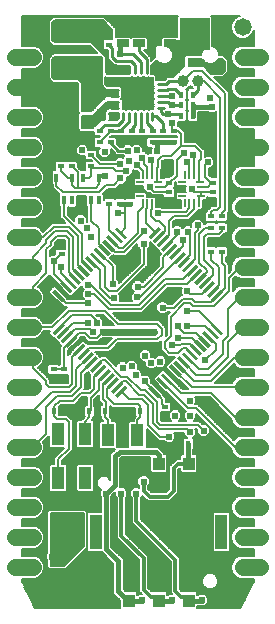
<source format=gbl>
G75*
%MOIN*%
%OFA0B0*%
%FSLAX25Y25*%
%IPPOS*%
%LPD*%
%AMOC8*
5,1,8,0,0,1.08239X$1,22.5*
%
%ADD10R,0.02400X0.01800*%
%ADD11C,0.04331*%
%ADD12C,0.05800*%
%ADD13R,0.03937X0.04331*%
%ADD14R,0.03937X0.11811*%
%ADD15R,0.09843X0.10039*%
%ADD16R,0.01378X0.03150*%
%ADD17R,0.01800X0.02400*%
%ADD18R,0.02559X0.00787*%
%ADD19R,0.02953X0.00787*%
%ADD20R,0.00787X0.02559*%
%ADD21R,0.04331X0.07480*%
%ADD22R,0.01181X0.04724*%
%ADD23C,0.01102*%
%ADD24R,0.10630X0.10630*%
%ADD25C,0.02781*%
%ADD26R,0.10000X0.10500*%
%ADD27R,0.05000X0.03000*%
%ADD28R,0.15748X0.07874*%
%ADD29R,0.04100X0.02800*%
%ADD30R,0.02800X0.04100*%
%ADD31C,0.03962*%
%ADD32C,0.05800*%
%ADD33C,0.00800*%
%ADD34C,0.01000*%
%ADD35C,0.02381*%
%ADD36C,0.02400*%
%ADD37C,0.01200*%
%ADD38C,0.01600*%
%ADD39C,0.00600*%
%ADD40C,0.00700*%
D10*
X0086663Y0069100D03*
X0086663Y0072900D03*
X0053163Y0081600D03*
X0049663Y0081600D03*
X0049663Y0085400D03*
X0053163Y0085400D03*
X0052363Y0123900D03*
X0052363Y0127700D03*
X0068263Y0140600D03*
X0071763Y0140600D03*
X0075263Y0140600D03*
X0075263Y0144400D03*
X0071763Y0144400D03*
X0068263Y0144400D03*
X0062163Y0153100D03*
X0055663Y0153100D03*
X0052163Y0153100D03*
X0052163Y0156900D03*
X0055663Y0156900D03*
X0062163Y0156900D03*
X0065163Y0161100D03*
X0068663Y0161100D03*
X0072163Y0161100D03*
X0075663Y0161100D03*
X0079163Y0161100D03*
X0082663Y0161100D03*
X0086163Y0161100D03*
X0089663Y0161100D03*
X0089663Y0164900D03*
X0086163Y0164900D03*
X0082663Y0164900D03*
X0079163Y0164900D03*
X0075663Y0164900D03*
X0072163Y0164900D03*
X0068663Y0164900D03*
X0065163Y0164900D03*
X0088163Y0151400D03*
X0088163Y0147600D03*
X0088163Y0144400D03*
X0088163Y0140600D03*
X0102663Y0140600D03*
X0102663Y0144400D03*
X0102663Y0147600D03*
X0102663Y0151400D03*
X0102163Y0136400D03*
X0105663Y0136400D03*
X0105663Y0132600D03*
X0102163Y0132600D03*
X0102163Y0128400D03*
X0105663Y0128400D03*
X0105663Y0124600D03*
X0102163Y0124600D03*
X0068163Y0193600D03*
X0068163Y0197400D03*
D11*
X0083238Y0196335D02*
X0083238Y0200665D01*
X0105089Y0200665D02*
X0105089Y0196335D01*
D12*
X0112663Y0189500D02*
X0118463Y0189500D01*
X0118463Y0179500D02*
X0112663Y0179500D01*
X0112663Y0169500D02*
X0118463Y0169500D01*
X0118463Y0159500D02*
X0112663Y0159500D01*
X0112663Y0149500D02*
X0118463Y0149500D01*
X0118463Y0139500D02*
X0112663Y0139500D01*
X0112663Y0129500D02*
X0118463Y0129500D01*
X0118463Y0119500D02*
X0112663Y0119500D01*
X0112663Y0109500D02*
X0118463Y0109500D01*
X0118463Y0099500D02*
X0112663Y0099500D01*
X0112663Y0089500D02*
X0118463Y0089500D01*
X0118463Y0079500D02*
X0112663Y0079500D01*
X0112663Y0069500D02*
X0118463Y0069500D01*
X0118463Y0059500D02*
X0112663Y0059500D01*
X0112663Y0049500D02*
X0118463Y0049500D01*
X0118463Y0039500D02*
X0112663Y0039500D01*
X0112663Y0029500D02*
X0118463Y0029500D01*
X0118463Y0019500D02*
X0112663Y0019500D01*
X0042663Y0019500D02*
X0036863Y0019500D01*
X0036863Y0029500D02*
X0042663Y0029500D01*
X0042663Y0039500D02*
X0036863Y0039500D01*
X0036863Y0049500D02*
X0042663Y0049500D01*
X0042663Y0059500D02*
X0036863Y0059500D01*
X0036863Y0069500D02*
X0042663Y0069500D01*
X0042663Y0079500D02*
X0036863Y0079500D01*
X0036863Y0089500D02*
X0042663Y0089500D01*
X0042663Y0099500D02*
X0036863Y0099500D01*
X0036863Y0109500D02*
X0042663Y0109500D01*
X0042663Y0119500D02*
X0036863Y0119500D01*
X0036863Y0129500D02*
X0042663Y0129500D01*
X0042663Y0139500D02*
X0036863Y0139500D01*
X0036863Y0149500D02*
X0042663Y0149500D01*
X0042663Y0159500D02*
X0036863Y0159500D01*
X0036863Y0169500D02*
X0042663Y0169500D01*
X0042663Y0179500D02*
X0036863Y0179500D01*
X0036863Y0189500D02*
X0042663Y0189500D01*
D13*
X0074663Y0054035D03*
X0084663Y0054035D03*
X0094663Y0054035D03*
X0094663Y0008365D03*
X0084663Y0008365D03*
X0074663Y0008365D03*
D14*
X0063797Y0031200D03*
X0105530Y0031200D03*
D15*
X0054163Y0031841D03*
X0054163Y0011959D03*
D16*
X0053163Y0141760D03*
X0050604Y0141760D03*
X0055723Y0141760D03*
X0059604Y0141760D03*
X0062163Y0141760D03*
X0064723Y0141760D03*
X0064723Y0149240D03*
X0059604Y0149240D03*
X0055723Y0149240D03*
X0050604Y0149240D03*
D17*
X0092263Y0170000D03*
X0092263Y0173500D03*
X0096063Y0173500D03*
X0096063Y0170000D03*
X0096063Y0177000D03*
X0092263Y0177000D03*
X0078563Y0071500D03*
X0074763Y0071500D03*
X0070563Y0071500D03*
X0066763Y0071500D03*
X0061563Y0071500D03*
X0057763Y0071500D03*
X0053563Y0071500D03*
X0049763Y0071500D03*
X0090763Y0060500D03*
X0094563Y0060500D03*
D18*
X0092593Y0143138D03*
X0092593Y0144713D03*
X0092593Y0146287D03*
X0092593Y0147862D03*
X0098734Y0146287D03*
X0098734Y0144713D03*
X0098734Y0143138D03*
X0084734Y0143138D03*
X0084734Y0144713D03*
X0084734Y0146287D03*
X0078593Y0146287D03*
X0078593Y0144713D03*
X0078593Y0143138D03*
X0078593Y0147862D03*
D19*
X0084537Y0147862D03*
X0098537Y0147862D03*
D20*
X0098026Y0150146D03*
X0096451Y0150146D03*
X0094876Y0150146D03*
X0093301Y0150146D03*
X0084026Y0150146D03*
X0082451Y0150146D03*
X0080876Y0150146D03*
X0079301Y0150146D03*
X0079301Y0140854D03*
X0080876Y0140854D03*
X0082451Y0140854D03*
X0084026Y0140854D03*
X0093301Y0140854D03*
X0094876Y0140854D03*
X0096451Y0140854D03*
X0098026Y0140854D03*
D21*
X0077585Y0063500D03*
X0067742Y0063500D03*
X0060191Y0063783D03*
X0051136Y0063783D03*
X0051136Y0049217D03*
X0060191Y0049217D03*
D22*
G36*
X0070844Y0075966D02*
X0070009Y0076801D01*
X0073348Y0080140D01*
X0074183Y0079305D01*
X0070844Y0075966D01*
G37*
G36*
X0069452Y0077358D02*
X0068617Y0078193D01*
X0071956Y0081532D01*
X0072791Y0080697D01*
X0069452Y0077358D01*
G37*
G36*
X0068060Y0078750D02*
X0067225Y0079585D01*
X0070564Y0082924D01*
X0071399Y0082089D01*
X0068060Y0078750D01*
G37*
G36*
X0066668Y0080142D02*
X0065833Y0080977D01*
X0069172Y0084316D01*
X0070007Y0083481D01*
X0066668Y0080142D01*
G37*
G36*
X0065276Y0081534D02*
X0064441Y0082369D01*
X0067780Y0085708D01*
X0068615Y0084873D01*
X0065276Y0081534D01*
G37*
G36*
X0063884Y0082926D02*
X0063049Y0083761D01*
X0066388Y0087100D01*
X0067223Y0086265D01*
X0063884Y0082926D01*
G37*
G36*
X0062492Y0084318D02*
X0061657Y0085153D01*
X0064996Y0088492D01*
X0065831Y0087657D01*
X0062492Y0084318D01*
G37*
G36*
X0061100Y0085710D02*
X0060265Y0086545D01*
X0063604Y0089884D01*
X0064439Y0089049D01*
X0061100Y0085710D01*
G37*
G36*
X0059708Y0087102D02*
X0058873Y0087937D01*
X0062212Y0091276D01*
X0063047Y0090441D01*
X0059708Y0087102D01*
G37*
G36*
X0058316Y0088494D02*
X0057481Y0089329D01*
X0060820Y0092668D01*
X0061655Y0091833D01*
X0058316Y0088494D01*
G37*
G36*
X0056924Y0089886D02*
X0056089Y0090721D01*
X0059428Y0094060D01*
X0060263Y0093225D01*
X0056924Y0089886D01*
G37*
G36*
X0055532Y0091277D02*
X0054697Y0092112D01*
X0058036Y0095451D01*
X0058871Y0094616D01*
X0055532Y0091277D01*
G37*
G36*
X0054140Y0092669D02*
X0053305Y0093504D01*
X0056644Y0096843D01*
X0057479Y0096008D01*
X0054140Y0092669D01*
G37*
G36*
X0052748Y0094061D02*
X0051913Y0094896D01*
X0055252Y0098235D01*
X0056087Y0097400D01*
X0052748Y0094061D01*
G37*
G36*
X0051357Y0095453D02*
X0050522Y0096288D01*
X0053861Y0099627D01*
X0054696Y0098792D01*
X0051357Y0095453D01*
G37*
G36*
X0049965Y0096845D02*
X0049130Y0097680D01*
X0052469Y0101019D01*
X0053304Y0100184D01*
X0049965Y0096845D01*
G37*
G36*
X0049130Y0111320D02*
X0049965Y0112155D01*
X0053304Y0108816D01*
X0052469Y0107981D01*
X0049130Y0111320D01*
G37*
G36*
X0054696Y0110208D02*
X0053861Y0109373D01*
X0050522Y0112712D01*
X0051357Y0113547D01*
X0054696Y0110208D01*
G37*
G36*
X0056087Y0111600D02*
X0055252Y0110765D01*
X0051913Y0114104D01*
X0052748Y0114939D01*
X0056087Y0111600D01*
G37*
G36*
X0057479Y0112992D02*
X0056644Y0112157D01*
X0053305Y0115496D01*
X0054140Y0116331D01*
X0057479Y0112992D01*
G37*
G36*
X0058871Y0114384D02*
X0058036Y0113549D01*
X0054697Y0116888D01*
X0055532Y0117723D01*
X0058871Y0114384D01*
G37*
G36*
X0060263Y0115775D02*
X0059428Y0114940D01*
X0056089Y0118279D01*
X0056924Y0119114D01*
X0060263Y0115775D01*
G37*
G36*
X0061655Y0117167D02*
X0060820Y0116332D01*
X0057481Y0119671D01*
X0058316Y0120506D01*
X0061655Y0117167D01*
G37*
G36*
X0063047Y0118559D02*
X0062212Y0117724D01*
X0058873Y0121063D01*
X0059708Y0121898D01*
X0063047Y0118559D01*
G37*
G36*
X0064439Y0119951D02*
X0063604Y0119116D01*
X0060265Y0122455D01*
X0061100Y0123290D01*
X0064439Y0119951D01*
G37*
G36*
X0065831Y0121343D02*
X0064996Y0120508D01*
X0061657Y0123847D01*
X0062492Y0124682D01*
X0065831Y0121343D01*
G37*
G36*
X0067223Y0122735D02*
X0066388Y0121900D01*
X0063049Y0125239D01*
X0063884Y0126074D01*
X0067223Y0122735D01*
G37*
G36*
X0068615Y0124127D02*
X0067780Y0123292D01*
X0064441Y0126631D01*
X0065276Y0127466D01*
X0068615Y0124127D01*
G37*
G36*
X0070007Y0125519D02*
X0069172Y0124684D01*
X0065833Y0128023D01*
X0066668Y0128858D01*
X0070007Y0125519D01*
G37*
G36*
X0071399Y0126911D02*
X0070564Y0126076D01*
X0067225Y0129415D01*
X0068060Y0130250D01*
X0071399Y0126911D01*
G37*
G36*
X0072791Y0128303D02*
X0071956Y0127468D01*
X0068617Y0130807D01*
X0069452Y0131642D01*
X0072791Y0128303D01*
G37*
G36*
X0074183Y0129695D02*
X0073348Y0128860D01*
X0070009Y0132199D01*
X0070844Y0133034D01*
X0074183Y0129695D01*
G37*
G36*
X0084483Y0133034D02*
X0085318Y0132199D01*
X0081979Y0128860D01*
X0081144Y0129695D01*
X0084483Y0133034D01*
G37*
G36*
X0085875Y0131642D02*
X0086710Y0130807D01*
X0083371Y0127468D01*
X0082536Y0128303D01*
X0085875Y0131642D01*
G37*
G36*
X0087267Y0130250D02*
X0088102Y0129415D01*
X0084763Y0126076D01*
X0083928Y0126911D01*
X0087267Y0130250D01*
G37*
G36*
X0088659Y0128858D02*
X0089494Y0128023D01*
X0086155Y0124684D01*
X0085320Y0125519D01*
X0088659Y0128858D01*
G37*
G36*
X0090051Y0127466D02*
X0090886Y0126631D01*
X0087547Y0123292D01*
X0086712Y0124127D01*
X0090051Y0127466D01*
G37*
G36*
X0091443Y0126074D02*
X0092278Y0125239D01*
X0088939Y0121900D01*
X0088104Y0122735D01*
X0091443Y0126074D01*
G37*
G36*
X0092835Y0124682D02*
X0093670Y0123847D01*
X0090331Y0120508D01*
X0089496Y0121343D01*
X0092835Y0124682D01*
G37*
G36*
X0094227Y0123290D02*
X0095062Y0122455D01*
X0091723Y0119116D01*
X0090888Y0119951D01*
X0094227Y0123290D01*
G37*
G36*
X0095619Y0121898D02*
X0096454Y0121063D01*
X0093115Y0117724D01*
X0092280Y0118559D01*
X0095619Y0121898D01*
G37*
G36*
X0097011Y0120506D02*
X0097846Y0119671D01*
X0094507Y0116332D01*
X0093672Y0117167D01*
X0097011Y0120506D01*
G37*
G36*
X0098403Y0119114D02*
X0099238Y0118279D01*
X0095899Y0114940D01*
X0095064Y0115775D01*
X0098403Y0119114D01*
G37*
G36*
X0099795Y0117723D02*
X0100630Y0116888D01*
X0097291Y0113549D01*
X0096456Y0114384D01*
X0099795Y0117723D01*
G37*
G36*
X0101187Y0116331D02*
X0102022Y0115496D01*
X0098683Y0112157D01*
X0097848Y0112992D01*
X0101187Y0116331D01*
G37*
G36*
X0102579Y0114939D02*
X0103414Y0114104D01*
X0100075Y0110765D01*
X0099240Y0111600D01*
X0102579Y0114939D01*
G37*
G36*
X0103970Y0113547D02*
X0104805Y0112712D01*
X0101466Y0109373D01*
X0100631Y0110208D01*
X0103970Y0113547D01*
G37*
G36*
X0105362Y0112155D02*
X0106197Y0111320D01*
X0102858Y0107981D01*
X0102023Y0108816D01*
X0105362Y0112155D01*
G37*
G36*
X0106197Y0097680D02*
X0105362Y0096845D01*
X0102023Y0100184D01*
X0102858Y0101019D01*
X0106197Y0097680D01*
G37*
G36*
X0104805Y0096288D02*
X0103970Y0095453D01*
X0100631Y0098792D01*
X0101466Y0099627D01*
X0104805Y0096288D01*
G37*
G36*
X0103414Y0094896D02*
X0102579Y0094061D01*
X0099240Y0097400D01*
X0100075Y0098235D01*
X0103414Y0094896D01*
G37*
G36*
X0102022Y0093504D02*
X0101187Y0092669D01*
X0097848Y0096008D01*
X0098683Y0096843D01*
X0102022Y0093504D01*
G37*
G36*
X0100630Y0092112D02*
X0099795Y0091277D01*
X0096456Y0094616D01*
X0097291Y0095451D01*
X0100630Y0092112D01*
G37*
G36*
X0099238Y0090721D02*
X0098403Y0089886D01*
X0095064Y0093225D01*
X0095899Y0094060D01*
X0099238Y0090721D01*
G37*
G36*
X0097846Y0089329D02*
X0097011Y0088494D01*
X0093672Y0091833D01*
X0094507Y0092668D01*
X0097846Y0089329D01*
G37*
G36*
X0096454Y0087937D02*
X0095619Y0087102D01*
X0092280Y0090441D01*
X0093115Y0091276D01*
X0096454Y0087937D01*
G37*
G36*
X0095062Y0086545D02*
X0094227Y0085710D01*
X0090888Y0089049D01*
X0091723Y0089884D01*
X0095062Y0086545D01*
G37*
G36*
X0093670Y0085153D02*
X0092835Y0084318D01*
X0089496Y0087657D01*
X0090331Y0088492D01*
X0093670Y0085153D01*
G37*
G36*
X0092278Y0083761D02*
X0091443Y0082926D01*
X0088104Y0086265D01*
X0088939Y0087100D01*
X0092278Y0083761D01*
G37*
G36*
X0090886Y0082369D02*
X0090051Y0081534D01*
X0086712Y0084873D01*
X0087547Y0085708D01*
X0090886Y0082369D01*
G37*
G36*
X0089494Y0080977D02*
X0088659Y0080142D01*
X0085320Y0083481D01*
X0086155Y0084316D01*
X0089494Y0080977D01*
G37*
G36*
X0088102Y0079585D02*
X0087267Y0078750D01*
X0083928Y0082089D01*
X0084763Y0082924D01*
X0088102Y0079585D01*
G37*
G36*
X0086710Y0078193D02*
X0085875Y0077358D01*
X0082536Y0080697D01*
X0083371Y0081532D01*
X0086710Y0078193D01*
G37*
G36*
X0085318Y0076801D02*
X0084483Y0075966D01*
X0081144Y0079305D01*
X0081979Y0080140D01*
X0085318Y0076801D01*
G37*
D23*
X0082585Y0168602D02*
X0082585Y0170846D01*
X0080616Y0170846D02*
X0080616Y0168602D01*
X0078648Y0168602D02*
X0078648Y0170846D01*
X0076679Y0170846D02*
X0076679Y0168602D01*
X0074711Y0168602D02*
X0074711Y0170846D01*
X0072742Y0170846D02*
X0072742Y0168602D01*
X0071010Y0172579D02*
X0068766Y0172579D01*
X0068766Y0174547D02*
X0071010Y0174547D01*
X0071010Y0176516D02*
X0068766Y0176516D01*
X0068766Y0178484D02*
X0071010Y0178484D01*
X0071010Y0180453D02*
X0068766Y0180453D01*
X0068766Y0182421D02*
X0071010Y0182421D01*
X0072742Y0184154D02*
X0072742Y0186398D01*
X0074711Y0186398D02*
X0074711Y0184154D01*
X0076679Y0184154D02*
X0076679Y0186398D01*
X0078648Y0186398D02*
X0078648Y0184154D01*
X0080616Y0184154D02*
X0080616Y0186398D01*
X0082585Y0186398D02*
X0082585Y0184154D01*
X0084317Y0182421D02*
X0086561Y0182421D01*
X0086561Y0180453D02*
X0084317Y0180453D01*
X0084317Y0178484D02*
X0086561Y0178484D01*
X0086561Y0176516D02*
X0084317Y0176516D01*
X0084317Y0174547D02*
X0086561Y0174547D01*
X0086561Y0172579D02*
X0084317Y0172579D01*
D24*
X0077663Y0177500D03*
D25*
X0077663Y0177500D03*
X0074120Y0177500D03*
X0074120Y0173957D03*
X0077663Y0173957D03*
X0081207Y0173957D03*
X0081207Y0177500D03*
X0081207Y0181043D03*
X0077663Y0181043D03*
X0074120Y0181043D03*
D26*
X0096663Y0197100D03*
D27*
X0096663Y0187850D03*
D28*
X0057663Y0185898D03*
X0057663Y0198102D03*
D29*
X0072663Y0199950D03*
X0078163Y0199950D03*
X0088463Y0199950D03*
X0088463Y0194050D03*
X0078163Y0194050D03*
X0072663Y0194050D03*
D30*
X0061113Y0179000D03*
X0055213Y0179000D03*
X0055213Y0173500D03*
X0061113Y0173500D03*
X0061113Y0168000D03*
X0055213Y0168000D03*
D31*
X0092663Y0181500D03*
X0097663Y0181500D03*
D32*
X0112663Y0199500D03*
D33*
X0099163Y0185000D02*
X0096163Y0185000D01*
X0092663Y0181500D01*
X0097663Y0181500D02*
X0099663Y0181500D01*
X0105163Y0176000D01*
X0105163Y0139500D01*
X0104163Y0138500D01*
X0102663Y0138500D01*
X0102163Y0138000D01*
X0102163Y0136400D01*
X0100563Y0138500D02*
X0098663Y0138500D01*
X0094163Y0134000D01*
X0092663Y0134000D01*
X0094163Y0136500D02*
X0089663Y0136500D01*
X0088163Y0135000D01*
X0088163Y0130311D01*
X0086015Y0128163D01*
X0084623Y0129555D02*
X0086663Y0131595D01*
X0086663Y0133000D01*
X0084663Y0135000D01*
X0083663Y0135000D01*
X0082163Y0136500D01*
X0082163Y0138500D01*
X0082463Y0138800D01*
X0082463Y0140842D01*
X0082451Y0140854D01*
X0084026Y0140854D02*
X0084026Y0143138D01*
X0084734Y0143138D01*
X0084734Y0144713D02*
X0087851Y0144713D01*
X0088163Y0144400D01*
X0088163Y0147600D02*
X0088263Y0147600D01*
X0090663Y0150000D01*
X0090663Y0155200D01*
X0093163Y0157700D01*
X0092163Y0160000D02*
X0092163Y0164000D01*
X0091263Y0164900D01*
X0089663Y0164900D01*
X0089163Y0165400D01*
X0089163Y0167700D01*
X0092163Y0160000D02*
X0096663Y0160000D01*
X0098663Y0158000D01*
X0098663Y0155500D01*
X0098026Y0154862D01*
X0098026Y0150146D01*
X0098026Y0147862D01*
X0098537Y0147862D01*
X0098734Y0146287D02*
X0100951Y0146287D01*
X0102263Y0147600D01*
X0100163Y0149700D01*
X0100163Y0153500D01*
X0101163Y0154500D01*
X0096451Y0156713D02*
X0096163Y0157000D01*
X0096451Y0156713D02*
X0096451Y0150146D01*
X0094876Y0150146D02*
X0094876Y0153787D01*
X0094163Y0154500D01*
X0088663Y0156500D02*
X0085763Y0156500D01*
X0084363Y0155100D01*
X0084363Y0152900D01*
X0084026Y0152562D01*
X0084026Y0150146D01*
X0084026Y0147862D01*
X0084537Y0147862D01*
X0084734Y0144713D02*
X0082951Y0144713D01*
X0081663Y0146000D01*
X0081663Y0146300D01*
X0078593Y0146287D02*
X0078593Y0144713D01*
X0079301Y0140854D02*
X0079301Y0139638D01*
X0077663Y0138000D01*
X0077663Y0131000D01*
X0072663Y0126000D01*
X0071475Y0126000D01*
X0069312Y0128163D01*
X0070704Y0129555D02*
X0068263Y0131995D01*
X0068263Y0140600D01*
X0070978Y0137615D02*
X0070963Y0137600D01*
X0070978Y0137615D02*
X0073563Y0137615D01*
X0073563Y0132415D01*
X0072096Y0130947D01*
X0073163Y0124500D02*
X0079863Y0131200D01*
X0079863Y0131600D01*
X0080563Y0134100D02*
X0080563Y0138800D01*
X0080876Y0139113D01*
X0080876Y0140854D01*
X0084463Y0137500D02*
X0084963Y0138000D01*
X0093663Y0138000D01*
X0094876Y0139213D01*
X0094876Y0140854D01*
X0096451Y0140854D02*
X0096451Y0138787D01*
X0094163Y0136500D01*
X0097663Y0133500D02*
X0097663Y0132000D01*
X0096663Y0131000D01*
X0096663Y0122108D01*
X0094367Y0119811D01*
X0095759Y0118419D02*
X0092839Y0115500D01*
X0086663Y0115500D01*
X0078163Y0107000D01*
X0068663Y0107000D01*
X0062163Y0113500D01*
X0061163Y0113500D01*
X0061163Y0110500D02*
X0063163Y0110500D01*
X0068163Y0105500D01*
X0078663Y0105500D01*
X0087163Y0114000D01*
X0094123Y0114000D01*
X0097151Y0117027D01*
X0098543Y0115636D02*
X0100663Y0117756D01*
X0100663Y0118500D01*
X0098163Y0121000D01*
X0098163Y0130500D01*
X0100263Y0132600D01*
X0102163Y0132600D01*
X0100663Y0130500D02*
X0104663Y0130500D01*
X0105663Y0131500D01*
X0105663Y0132600D01*
X0108163Y0131000D02*
X0108163Y0155000D01*
X0102663Y0147600D02*
X0102263Y0147600D01*
X0102351Y0144713D02*
X0098734Y0144713D01*
X0096451Y0144713D01*
X0095663Y0145500D01*
X0098734Y0144713D02*
X0098734Y0143138D01*
X0098026Y0143138D01*
X0098026Y0140854D01*
X0100563Y0138500D02*
X0102663Y0140600D01*
X0105663Y0137500D02*
X0106663Y0138500D01*
X0106663Y0177500D01*
X0099163Y0185000D01*
X0068663Y0164900D02*
X0068663Y0164800D01*
X0065163Y0161300D01*
X0065163Y0161100D01*
X0062163Y0156900D02*
X0065063Y0154000D01*
X0071663Y0154000D01*
X0069563Y0152600D02*
X0062163Y0152600D01*
X0062163Y0153100D01*
X0062163Y0150000D01*
X0061404Y0149240D01*
X0059604Y0149240D01*
X0057663Y0151100D02*
X0057663Y0146000D01*
X0056663Y0146000D01*
X0055663Y0147000D01*
X0055663Y0149181D01*
X0055723Y0149240D01*
X0054423Y0149240D01*
X0052163Y0151500D01*
X0052163Y0153100D01*
X0055663Y0153100D02*
X0057663Y0151100D01*
X0050604Y0149240D02*
X0050604Y0146559D01*
X0052663Y0144500D01*
X0063163Y0144500D01*
X0063663Y0144500D01*
X0064663Y0144500D01*
X0067163Y0147000D01*
X0069763Y0147000D01*
X0071863Y0149100D01*
X0070463Y0151700D02*
X0069563Y0152600D01*
X0070463Y0151700D02*
X0073863Y0151700D01*
X0077363Y0153500D02*
X0079301Y0151562D01*
X0079301Y0150146D01*
X0080876Y0150146D02*
X0080876Y0152787D01*
X0079663Y0154000D01*
X0079663Y0155500D01*
X0079163Y0156000D01*
X0082163Y0155300D02*
X0082451Y0155013D01*
X0082451Y0150146D01*
X0088663Y0156500D02*
X0092163Y0160000D01*
X0064723Y0149240D02*
X0064723Y0147059D01*
X0063663Y0146000D01*
X0057663Y0146000D01*
X0053163Y0141760D02*
X0053163Y0136500D01*
X0059163Y0130500D01*
X0059163Y0121608D01*
X0060960Y0119811D01*
X0059568Y0118419D02*
X0057663Y0120324D01*
X0057663Y0130000D01*
X0054663Y0133000D01*
X0049663Y0133000D01*
X0046163Y0129500D01*
X0042663Y0129500D01*
X0047163Y0128500D02*
X0047163Y0127500D01*
X0042663Y0123000D01*
X0042663Y0119500D01*
X0047163Y0117500D02*
X0047163Y0125500D01*
X0048663Y0127000D01*
X0048663Y0128000D01*
X0050663Y0130000D01*
X0053663Y0130000D01*
X0054663Y0129000D01*
X0054663Y0117756D01*
X0056784Y0115636D01*
X0058176Y0117027D02*
X0056163Y0119040D01*
X0056163Y0129500D01*
X0054163Y0131500D01*
X0050163Y0131500D01*
X0047163Y0128500D01*
X0052063Y0123900D02*
X0052363Y0123900D01*
X0052063Y0123900D02*
X0049663Y0121500D01*
X0049663Y0117189D01*
X0054000Y0112852D01*
X0055392Y0114244D02*
X0052163Y0117473D01*
X0052163Y0119500D01*
X0047163Y0117500D02*
X0042663Y0113000D01*
X0042663Y0109500D01*
X0051217Y0110068D02*
X0053784Y0107500D01*
X0061163Y0107500D01*
X0062163Y0103500D02*
X0055784Y0103500D01*
X0051217Y0098932D01*
X0052609Y0097540D02*
X0056068Y0101000D01*
X0061163Y0101000D01*
X0061863Y0098800D02*
X0056652Y0098800D01*
X0054000Y0096148D01*
X0055392Y0094756D02*
X0053163Y0092527D01*
X0053163Y0085400D01*
X0049663Y0085400D01*
X0047163Y0081500D02*
X0047163Y0080500D01*
X0048163Y0079500D01*
X0054663Y0079500D01*
X0055663Y0080500D01*
X0055663Y0089460D01*
X0058176Y0091973D01*
X0059568Y0090581D02*
X0061488Y0092500D01*
X0067663Y0092500D01*
X0070663Y0095500D01*
X0084163Y0095500D01*
X0085663Y0097000D01*
X0085663Y0099000D01*
X0084163Y0100500D01*
X0071163Y0100500D01*
X0066663Y0105000D01*
X0054663Y0105000D01*
X0049163Y0099500D01*
X0042663Y0099500D01*
X0055392Y0094756D02*
X0058036Y0097400D01*
X0060163Y0097400D01*
X0061763Y0095800D01*
X0063963Y0095800D01*
X0066163Y0098000D01*
X0062663Y0098000D02*
X0061863Y0098800D01*
X0064163Y0101000D02*
X0064163Y0101500D01*
X0062163Y0103500D01*
X0068463Y0109200D02*
X0069763Y0109200D01*
X0068463Y0109200D02*
X0065163Y0112500D01*
X0065163Y0118392D01*
X0062352Y0121203D01*
X0063744Y0122595D02*
X0066663Y0119676D01*
X0066663Y0113000D01*
X0068163Y0111500D01*
X0070663Y0111500D01*
X0079663Y0120500D01*
X0079663Y0127200D01*
X0073163Y0124500D02*
X0070191Y0124500D01*
X0067920Y0126771D01*
X0066528Y0125379D02*
X0064663Y0127244D01*
X0064663Y0132500D01*
X0062163Y0135000D01*
X0062163Y0141760D01*
X0073563Y0140600D02*
X0073563Y0137615D01*
X0080563Y0134100D02*
X0083231Y0131432D01*
X0083231Y0130947D01*
X0087407Y0126771D02*
X0090863Y0130227D01*
X0090863Y0131300D01*
X0094363Y0131300D02*
X0095163Y0130500D01*
X0095163Y0123392D01*
X0092975Y0121203D01*
X0091583Y0122595D02*
X0078488Y0109500D01*
X0077463Y0109500D01*
X0077663Y0113000D02*
X0079663Y0113000D01*
X0086163Y0119500D01*
X0086163Y0122744D01*
X0088799Y0125379D01*
X0090191Y0123987D02*
X0092663Y0126460D01*
X0092663Y0128500D01*
X0099663Y0129500D02*
X0100663Y0130500D01*
X0099663Y0129500D02*
X0099663Y0122000D01*
X0102663Y0119000D01*
X0102663Y0116973D01*
X0099935Y0114244D01*
X0101327Y0112852D02*
X0098975Y0110500D01*
X0095163Y0110500D01*
X0094163Y0111500D01*
X0092663Y0109000D02*
X0089663Y0106000D01*
X0085963Y0106000D01*
X0088663Y0103000D02*
X0093163Y0107500D01*
X0095163Y0107500D01*
X0096163Y0106500D01*
X0103163Y0106500D01*
X0108163Y0111500D01*
X0108163Y0116000D01*
X0111663Y0119500D01*
X0112663Y0119500D01*
X0106663Y0120000D02*
X0106663Y0112621D01*
X0104110Y0110068D01*
X0102043Y0108000D01*
X0096663Y0108000D01*
X0095663Y0109000D01*
X0092663Y0109000D01*
X0094163Y0105000D02*
X0098043Y0105000D01*
X0104110Y0098932D01*
X0102718Y0097540D02*
X0100259Y0100000D01*
X0094163Y0100000D01*
X0093163Y0097500D02*
X0091163Y0099500D01*
X0091163Y0100000D01*
X0093163Y0097500D02*
X0097191Y0097500D01*
X0099935Y0094756D01*
X0101327Y0096148D02*
X0103663Y0093811D01*
X0103663Y0092000D01*
X0100163Y0088500D01*
X0101163Y0085500D02*
X0106163Y0090500D01*
X0106163Y0095000D01*
X0107663Y0096500D01*
X0107663Y0105500D01*
X0111663Y0109500D01*
X0112663Y0109500D01*
X0104663Y0113405D02*
X0104663Y0119500D01*
X0102163Y0122000D01*
X0102163Y0124600D01*
X0105663Y0124600D02*
X0105663Y0121000D01*
X0106663Y0120000D01*
X0104663Y0113405D02*
X0102718Y0111460D01*
X0088663Y0103000D02*
X0088663Y0096500D01*
X0086663Y0094500D01*
X0086663Y0092500D01*
X0088163Y0091000D01*
X0091163Y0091000D01*
X0092663Y0092500D01*
X0093839Y0092500D01*
X0095759Y0090581D01*
X0097151Y0091973D02*
X0095123Y0094000D01*
X0092163Y0094000D01*
X0091663Y0093500D01*
X0089163Y0093500D01*
X0091163Y0096000D02*
X0095907Y0096000D01*
X0098543Y0093364D01*
X0094367Y0089189D02*
X0098055Y0085500D01*
X0101163Y0085500D01*
X0101663Y0083500D02*
X0097272Y0083500D01*
X0092975Y0087797D01*
X0091583Y0086405D02*
X0096488Y0081500D01*
X0102163Y0081500D01*
X0110163Y0089500D01*
X0112663Y0089500D01*
X0107663Y0089500D02*
X0107663Y0094500D01*
X0112663Y0099500D01*
X0107663Y0089500D02*
X0101663Y0083500D01*
X0095704Y0079500D02*
X0112663Y0079500D01*
X0110163Y0069500D02*
X0102163Y0077500D01*
X0092136Y0077500D01*
X0087407Y0082229D01*
X0088799Y0083621D02*
X0086920Y0085500D01*
X0085663Y0085500D01*
X0082663Y0082500D01*
X0082663Y0081500D01*
X0084623Y0079540D01*
X0084623Y0079445D01*
X0083231Y0078053D02*
X0083231Y0077932D01*
X0085663Y0075500D01*
X0085663Y0073900D01*
X0086663Y0072900D01*
X0084163Y0074500D02*
X0084163Y0068000D01*
X0085163Y0067000D01*
X0097663Y0067000D01*
X0099663Y0065000D01*
X0095163Y0064500D02*
X0094163Y0065500D01*
X0084663Y0065500D01*
X0082663Y0067500D01*
X0082663Y0074000D01*
X0079663Y0077000D01*
X0078163Y0077000D01*
X0073663Y0081500D01*
X0072759Y0081500D01*
X0070704Y0079445D01*
X0072096Y0078053D02*
X0074649Y0075500D01*
X0079163Y0075500D01*
X0081163Y0073500D01*
X0081163Y0067000D01*
X0085163Y0063000D01*
X0088163Y0063000D01*
X0077585Y0063500D02*
X0077585Y0068421D01*
X0078563Y0069400D01*
X0078563Y0071500D01*
X0078563Y0073100D01*
X0077663Y0074000D01*
X0069663Y0074000D01*
X0067563Y0076100D01*
X0067563Y0079089D01*
X0069312Y0080837D01*
X0067920Y0082229D02*
X0066163Y0080473D01*
X0066163Y0075500D01*
X0067163Y0074500D01*
X0067163Y0071900D01*
X0066763Y0071500D01*
X0066763Y0069400D01*
X0067742Y0068421D01*
X0067742Y0063500D01*
X0060191Y0063783D02*
X0060163Y0063811D01*
X0060163Y0068000D01*
X0061563Y0069400D01*
X0061563Y0071500D01*
X0061963Y0071900D01*
X0061963Y0075800D01*
X0064663Y0078500D01*
X0064663Y0081756D01*
X0066528Y0083621D01*
X0065136Y0085013D02*
X0063163Y0083040D01*
X0063163Y0079000D01*
X0061663Y0077500D01*
X0058663Y0077500D01*
X0056163Y0075000D01*
X0051663Y0075000D01*
X0049763Y0073100D01*
X0049763Y0071500D01*
X0049763Y0069900D01*
X0050663Y0069000D01*
X0053663Y0069000D01*
X0054663Y0068000D01*
X0054663Y0059000D01*
X0051163Y0055500D01*
X0051163Y0049244D01*
X0051136Y0049217D01*
X0042663Y0059500D02*
X0047163Y0064000D01*
X0047163Y0073000D01*
X0050663Y0076500D01*
X0055663Y0076500D01*
X0058663Y0079500D01*
X0058663Y0084108D01*
X0062352Y0087797D01*
X0060960Y0089189D02*
X0057163Y0085392D01*
X0057163Y0080000D01*
X0055163Y0078000D01*
X0049163Y0078000D01*
X0042663Y0071500D01*
X0042663Y0069500D01*
X0053563Y0071500D02*
X0057763Y0071500D01*
X0070563Y0071500D02*
X0074763Y0071500D01*
X0080163Y0078500D02*
X0084163Y0074500D01*
X0083231Y0078053D02*
X0080163Y0081121D01*
X0080163Y0081500D01*
X0078663Y0078500D02*
X0074163Y0083000D01*
X0072163Y0083000D01*
X0066663Y0088500D01*
X0065839Y0088500D01*
X0063744Y0086405D01*
X0078663Y0078500D02*
X0080163Y0078500D01*
X0086015Y0080837D02*
X0094352Y0072500D01*
X0097163Y0072500D01*
X0110163Y0059500D01*
X0112663Y0059500D01*
X0112663Y0069500D02*
X0110163Y0069500D01*
X0095704Y0079500D02*
X0090191Y0085013D01*
X0047163Y0081500D02*
X0042663Y0086000D01*
X0042663Y0089500D01*
X0069363Y0113900D02*
X0069363Y0119760D01*
X0065136Y0123987D01*
X0102163Y0128400D02*
X0105663Y0128400D01*
X0105663Y0128500D01*
X0108163Y0131000D01*
X0105663Y0136400D02*
X0105663Y0137500D01*
X0102663Y0144400D02*
X0102351Y0144713D01*
D34*
X0074363Y0158300D02*
X0071163Y0158300D01*
X0068663Y0160800D01*
X0068663Y0161100D01*
X0068663Y0164900D02*
X0072163Y0164900D01*
X0072163Y0165500D01*
X0074711Y0168047D01*
X0074711Y0169724D01*
X0076663Y0169709D02*
X0076679Y0169724D01*
X0076663Y0169709D02*
X0076663Y0167000D01*
X0075663Y0166000D01*
X0075663Y0164900D01*
X0078648Y0165416D02*
X0079163Y0164900D01*
X0078648Y0165416D02*
X0078648Y0169724D01*
X0080616Y0169724D02*
X0080616Y0167547D01*
X0082663Y0165500D01*
X0082663Y0164900D01*
X0086163Y0164900D02*
X0086163Y0167500D01*
X0083939Y0169724D01*
X0082585Y0169724D01*
X0085439Y0171224D02*
X0086163Y0170500D01*
X0087863Y0170500D01*
X0091763Y0170500D01*
X0092263Y0170000D01*
X0092263Y0173500D02*
X0088963Y0173500D01*
X0088663Y0173500D01*
X0087616Y0174547D01*
X0085439Y0174547D01*
X0085455Y0176500D02*
X0085439Y0176516D01*
X0088948Y0176516D01*
X0088963Y0176500D01*
X0087448Y0178484D02*
X0085439Y0178484D01*
X0085439Y0180453D02*
X0087116Y0180453D01*
X0088163Y0181500D01*
X0092663Y0181500D01*
X0090263Y0178900D02*
X0087863Y0178900D01*
X0087448Y0178484D01*
X0090263Y0178900D02*
X0092163Y0177000D01*
X0092263Y0177000D01*
X0096063Y0177000D02*
X0097663Y0178600D01*
X0097663Y0181500D01*
X0085439Y0172579D02*
X0085439Y0171224D01*
X0072742Y0169724D02*
X0072742Y0168579D01*
X0071163Y0167000D01*
X0066663Y0167000D01*
X0065163Y0165500D01*
X0065163Y0164900D01*
X0076679Y0185276D02*
X0076679Y0186984D01*
X0075463Y0188200D01*
X0070463Y0188200D01*
X0069160Y0189504D01*
X0069160Y0192604D01*
X0068163Y0193600D01*
X0071663Y0190500D02*
X0076163Y0190500D01*
X0078648Y0188016D01*
X0078648Y0185276D01*
X0080616Y0185276D02*
X0080616Y0189047D01*
X0078163Y0191500D01*
X0078163Y0194050D01*
D35*
X0071663Y0190500D03*
X0084963Y0186000D03*
X0086463Y0184800D03*
X0102163Y0185500D03*
X0104663Y0185500D03*
X0101663Y0176000D03*
X0102463Y0173000D03*
X0108863Y0175600D03*
X0088963Y0176500D03*
X0088963Y0173500D03*
X0087863Y0170500D03*
X0089163Y0167700D03*
X0069163Y0169300D03*
X0066063Y0169600D03*
X0064963Y0171100D03*
X0063863Y0169600D03*
X0047663Y0168500D03*
X0047663Y0165500D03*
X0047663Y0171500D03*
X0053163Y0183100D03*
X0051563Y0184200D03*
X0053163Y0185300D03*
X0054763Y0184200D03*
X0059163Y0158500D03*
X0066663Y0158000D03*
X0071663Y0154000D03*
X0074663Y0155000D03*
X0077363Y0153500D03*
X0079163Y0156000D03*
X0077363Y0158400D03*
X0074363Y0158300D03*
X0081263Y0158200D03*
X0084263Y0158200D03*
X0082163Y0155300D03*
X0086563Y0154100D03*
X0094163Y0154500D03*
X0096163Y0157000D03*
X0093163Y0157700D03*
X0101163Y0154500D03*
X0102163Y0158000D03*
X0081663Y0146300D03*
X0076763Y0150400D03*
X0073863Y0151700D03*
X0071863Y0149100D03*
X0066663Y0150000D03*
X0070963Y0137600D03*
X0058663Y0138000D03*
X0058663Y0135000D03*
X0060663Y0132500D03*
X0062163Y0129500D03*
X0049363Y0124500D03*
X0049663Y0121500D03*
X0052163Y0119500D03*
X0061163Y0113500D03*
X0061163Y0110500D03*
X0061163Y0107500D03*
X0069763Y0109200D03*
X0077463Y0109500D03*
X0077663Y0113000D03*
X0069363Y0113900D03*
X0076163Y0124300D03*
X0079663Y0127200D03*
X0079863Y0131600D03*
X0084463Y0137500D03*
X0092663Y0134000D03*
X0094363Y0131300D03*
X0090863Y0131300D03*
X0097663Y0133500D03*
X0092663Y0128500D03*
X0083163Y0124300D03*
X0094163Y0111500D03*
X0085863Y0109300D03*
X0085963Y0106000D03*
X0094163Y0105000D03*
X0094163Y0100000D03*
X0091163Y0100000D03*
X0091163Y0096000D03*
X0089163Y0093500D03*
X0084163Y0093000D03*
X0080163Y0090000D03*
X0082163Y0087500D03*
X0085163Y0088000D03*
X0075663Y0086500D03*
X0072663Y0086000D03*
X0077163Y0083500D03*
X0080163Y0081500D03*
X0087863Y0075700D03*
X0095163Y0075000D03*
X0095163Y0070000D03*
X0090163Y0070000D03*
X0095163Y0064500D03*
X0099663Y0065000D03*
X0110663Y0064500D03*
X0099163Y0056500D03*
X0099163Y0051500D03*
X0087163Y0059500D03*
X0082663Y0061500D03*
X0088163Y0063000D03*
X0073463Y0068400D03*
X0059163Y0074500D03*
X0060963Y0082400D03*
X0066663Y0095000D03*
X0066163Y0098000D03*
X0062663Y0098000D03*
X0061163Y0101000D03*
X0064163Y0101000D03*
X0067163Y0101000D03*
X0083163Y0098000D03*
X0100163Y0088500D03*
X0110663Y0084500D03*
X0066163Y0057000D03*
X0059163Y0056000D03*
X0079663Y0048000D03*
X0077163Y0044000D03*
X0072163Y0044000D03*
X0067163Y0044000D03*
X0061163Y0043000D03*
X0061163Y0039500D03*
X0045163Y0044500D03*
X0077663Y0030500D03*
X0085963Y0032000D03*
X0094163Y0032000D03*
X0094163Y0039000D03*
X0093663Y0020000D03*
X0098663Y0020000D03*
X0104163Y0020000D03*
X0111163Y0014500D03*
X0111163Y0011500D03*
X0111163Y0007500D03*
X0099163Y0008500D03*
X0089163Y0008500D03*
X0079163Y0008500D03*
X0073863Y0013000D03*
X0073863Y0016000D03*
X0068663Y0017000D03*
X0068663Y0020000D03*
X0076163Y0020000D03*
X0082663Y0020000D03*
X0087163Y0020000D03*
X0085663Y0016500D03*
X0093663Y0016500D03*
X0060663Y0017000D03*
X0055363Y0016000D03*
X0055363Y0013000D03*
X0055363Y0010000D03*
X0055363Y0007000D03*
X0045663Y0007500D03*
X0045663Y0011000D03*
X0045663Y0014500D03*
X0056163Y0020000D03*
X0060663Y0020000D03*
X0051163Y0023000D03*
X0050163Y0021500D03*
X0049163Y0023000D03*
X0050163Y0024500D03*
X0044663Y0094500D03*
X0044663Y0104500D03*
X0110663Y0114500D03*
X0095663Y0145500D03*
D36*
X0083163Y0098000D02*
X0066163Y0098000D01*
D37*
X0091163Y0054000D02*
X0094629Y0054000D01*
X0094663Y0054035D01*
X0091163Y0054000D02*
X0089663Y0052500D01*
X0089663Y0045000D01*
X0087663Y0043000D01*
X0081663Y0043000D01*
X0079663Y0045000D01*
X0079663Y0048000D01*
X0077163Y0044000D02*
X0077163Y0035000D01*
X0090163Y0022000D01*
X0090163Y0011500D01*
X0092163Y0009500D01*
X0093529Y0009500D01*
X0094663Y0008365D01*
X0094529Y0008500D01*
X0084663Y0008365D02*
X0083529Y0009500D01*
X0082163Y0009500D01*
X0079663Y0012000D01*
X0079663Y0022500D01*
X0072163Y0030000D01*
X0072163Y0044000D01*
X0084529Y0008500D02*
X0084663Y0008365D01*
X0064723Y0149240D02*
X0064723Y0150000D01*
X0066663Y0150000D01*
D38*
X0071763Y0140600D02*
X0073563Y0140600D01*
X0075263Y0140600D01*
X0084263Y0158200D02*
X0084263Y0161100D01*
X0082663Y0161100D01*
X0084163Y0161100D01*
X0082663Y0161100D02*
X0086163Y0161100D01*
X0089663Y0161100D01*
X0096063Y0170000D02*
X0096063Y0173500D01*
X0096563Y0173000D01*
X0102463Y0173000D01*
X0071663Y0190500D02*
X0071663Y0193050D01*
X0072663Y0194050D01*
X0094563Y0060500D02*
X0094563Y0054135D01*
X0094663Y0054035D01*
X0084663Y0054035D02*
X0084663Y0057000D01*
X0083663Y0058000D01*
X0071663Y0058000D01*
X0070163Y0056500D01*
X0070163Y0047000D01*
X0067163Y0044000D01*
X0067163Y0025500D01*
X0071263Y0021400D01*
X0071263Y0011400D01*
X0074163Y0008500D01*
X0074529Y0008500D01*
X0074663Y0008365D01*
X0079029Y0008365D01*
X0079163Y0008500D01*
X0084663Y0008365D02*
X0089029Y0008365D01*
X0089163Y0008500D01*
X0094663Y0008365D02*
X0099029Y0008365D01*
X0099163Y0008500D01*
D39*
X0038963Y0014807D02*
X0038963Y0015700D01*
X0043419Y0015700D01*
X0044816Y0016279D01*
X0045885Y0017347D01*
X0046463Y0018744D01*
X0046463Y0020256D01*
X0045885Y0021653D01*
X0044816Y0022721D01*
X0043419Y0023300D01*
X0038963Y0023300D01*
X0038963Y0025700D01*
X0043419Y0025700D01*
X0044816Y0026279D01*
X0045885Y0027347D01*
X0046463Y0028744D01*
X0046463Y0030256D01*
X0045885Y0031653D01*
X0044816Y0032721D01*
X0043419Y0033300D01*
X0038963Y0033300D01*
X0038963Y0035700D01*
X0043419Y0035700D01*
X0044816Y0036279D01*
X0045885Y0037347D01*
X0046463Y0038744D01*
X0046463Y0040256D01*
X0045885Y0041653D01*
X0044816Y0042721D01*
X0043419Y0043300D01*
X0038963Y0043300D01*
X0038963Y0045700D01*
X0043419Y0045700D01*
X0044816Y0046279D01*
X0045885Y0047347D01*
X0046463Y0048744D01*
X0046463Y0050256D01*
X0045885Y0051653D01*
X0044816Y0052721D01*
X0043419Y0053300D01*
X0038963Y0053300D01*
X0038963Y0055700D01*
X0043419Y0055700D01*
X0044816Y0056279D01*
X0045885Y0057347D01*
X0046463Y0058744D01*
X0046463Y0060256D01*
X0046110Y0061108D01*
X0048071Y0063069D01*
X0048071Y0059671D01*
X0048598Y0059143D01*
X0052968Y0059143D01*
X0050625Y0056800D01*
X0049863Y0056038D01*
X0049863Y0053857D01*
X0048598Y0053857D01*
X0048071Y0053329D01*
X0048071Y0045104D01*
X0048598Y0044576D01*
X0053674Y0044576D01*
X0054201Y0045104D01*
X0054201Y0053329D01*
X0053674Y0053857D01*
X0052463Y0053857D01*
X0052463Y0054962D01*
X0055963Y0058462D01*
X0055963Y0068538D01*
X0055202Y0069300D01*
X0054202Y0070300D01*
X0051563Y0070300D01*
X0051563Y0073062D01*
X0052202Y0073700D01*
X0056702Y0073700D01*
X0059202Y0076200D01*
X0060663Y0076200D01*
X0060663Y0073600D01*
X0060291Y0073600D01*
X0059763Y0073073D01*
X0059763Y0069927D01*
X0060008Y0069683D01*
X0059625Y0069300D01*
X0058863Y0068538D01*
X0058863Y0068424D01*
X0057653Y0068424D01*
X0057126Y0067896D01*
X0057126Y0059671D01*
X0057653Y0059143D01*
X0062729Y0059143D01*
X0063256Y0059671D01*
X0063256Y0067896D01*
X0062729Y0068424D01*
X0062426Y0068424D01*
X0062863Y0068862D01*
X0062863Y0069427D01*
X0063363Y0069927D01*
X0063363Y0073073D01*
X0063263Y0073173D01*
X0063263Y0075262D01*
X0064863Y0076862D01*
X0064863Y0074962D01*
X0065863Y0073962D01*
X0065863Y0073600D01*
X0065491Y0073600D01*
X0064963Y0073073D01*
X0064963Y0069927D01*
X0065463Y0069427D01*
X0065463Y0068862D01*
X0066185Y0068140D01*
X0065204Y0068140D01*
X0064677Y0067613D01*
X0064677Y0059387D01*
X0065204Y0058860D01*
X0070119Y0058860D01*
X0069459Y0058200D01*
X0068463Y0057204D01*
X0068463Y0048653D01*
X0067300Y0049817D01*
X0065413Y0049817D01*
X0064078Y0048482D01*
X0064078Y0046595D01*
X0065413Y0045261D01*
X0065468Y0045261D01*
X0065073Y0044866D01*
X0065073Y0043134D01*
X0065463Y0042744D01*
X0065463Y0038005D01*
X0061456Y0038005D01*
X0060929Y0037478D01*
X0060929Y0024922D01*
X0061456Y0024394D01*
X0065865Y0024394D01*
X0069563Y0020696D01*
X0069563Y0010696D01*
X0070559Y0009700D01*
X0071795Y0008464D01*
X0071795Y0005827D01*
X0071822Y0005800D01*
X0043467Y0005800D01*
X0038963Y0014807D01*
X0039030Y0014675D02*
X0069563Y0014675D01*
X0069563Y0015273D02*
X0038963Y0015273D01*
X0039329Y0014076D02*
X0069563Y0014076D01*
X0069563Y0013478D02*
X0039628Y0013478D01*
X0039927Y0012879D02*
X0069563Y0012879D01*
X0069563Y0012281D02*
X0040227Y0012281D01*
X0040526Y0011682D02*
X0069563Y0011682D01*
X0069563Y0011084D02*
X0040825Y0011084D01*
X0041124Y0010485D02*
X0069774Y0010485D01*
X0070373Y0009887D02*
X0041424Y0009887D01*
X0041723Y0009288D02*
X0070971Y0009288D01*
X0071570Y0008690D02*
X0042022Y0008690D01*
X0042321Y0008091D02*
X0071795Y0008091D01*
X0071795Y0007493D02*
X0042621Y0007493D01*
X0042920Y0006894D02*
X0071795Y0006894D01*
X0071795Y0006296D02*
X0043219Y0006296D01*
X0043834Y0015872D02*
X0069563Y0015872D01*
X0069563Y0016470D02*
X0045008Y0016470D01*
X0045606Y0017069D02*
X0069563Y0017069D01*
X0069563Y0017667D02*
X0046017Y0017667D01*
X0046265Y0018266D02*
X0069563Y0018266D01*
X0069563Y0018864D02*
X0053725Y0018864D01*
X0053661Y0018800D02*
X0049161Y0018800D01*
X0048166Y0018800D01*
X0047463Y0019503D01*
X0047463Y0021744D01*
X0047073Y0022134D01*
X0047073Y0023866D01*
X0047463Y0024256D01*
X0047463Y0037997D01*
X0048166Y0038700D01*
X0060161Y0038700D01*
X0060863Y0037997D01*
X0060863Y0026003D01*
X0054363Y0019503D01*
X0053661Y0018800D01*
X0054323Y0019463D02*
X0069563Y0019463D01*
X0069563Y0020061D02*
X0054922Y0020061D01*
X0055520Y0020660D02*
X0069563Y0020660D01*
X0069001Y0021258D02*
X0056119Y0021258D01*
X0056717Y0021857D02*
X0068402Y0021857D01*
X0067804Y0022455D02*
X0057316Y0022455D01*
X0057914Y0023054D02*
X0067205Y0023054D01*
X0066607Y0023652D02*
X0058513Y0023652D01*
X0059111Y0024251D02*
X0066008Y0024251D01*
X0068863Y0026204D02*
X0068863Y0042744D01*
X0069254Y0043134D01*
X0069254Y0043686D01*
X0070073Y0044505D01*
X0070073Y0043134D01*
X0070663Y0042544D01*
X0070663Y0029379D01*
X0078163Y0021879D01*
X0078163Y0011379D01*
X0078952Y0010591D01*
X0078298Y0010591D01*
X0077772Y0010065D01*
X0077532Y0010065D01*
X0077532Y0010903D01*
X0077005Y0011431D01*
X0073637Y0011431D01*
X0072963Y0012104D01*
X0072963Y0022104D01*
X0068863Y0026204D01*
X0069021Y0026046D02*
X0073996Y0026046D01*
X0074594Y0025448D02*
X0069620Y0025448D01*
X0070218Y0024849D02*
X0075193Y0024849D01*
X0075791Y0024251D02*
X0070817Y0024251D01*
X0071415Y0023652D02*
X0076390Y0023652D01*
X0076988Y0023054D02*
X0072014Y0023054D01*
X0072612Y0022455D02*
X0077587Y0022455D01*
X0078163Y0021857D02*
X0072963Y0021857D01*
X0072963Y0021258D02*
X0078163Y0021258D01*
X0078163Y0020660D02*
X0072963Y0020660D01*
X0072963Y0020061D02*
X0078163Y0020061D01*
X0078163Y0019463D02*
X0072963Y0019463D01*
X0072963Y0018864D02*
X0078163Y0018864D01*
X0078163Y0018266D02*
X0072963Y0018266D01*
X0072963Y0017667D02*
X0078163Y0017667D01*
X0078163Y0017069D02*
X0072963Y0017069D01*
X0072963Y0016470D02*
X0078163Y0016470D01*
X0078163Y0015872D02*
X0072963Y0015872D01*
X0072963Y0015273D02*
X0078163Y0015273D01*
X0078163Y0014675D02*
X0072963Y0014675D01*
X0072963Y0014076D02*
X0078163Y0014076D01*
X0078163Y0013478D02*
X0072963Y0013478D01*
X0072963Y0012879D02*
X0078163Y0012879D01*
X0078163Y0012281D02*
X0072963Y0012281D01*
X0073385Y0011682D02*
X0078163Y0011682D01*
X0078459Y0011084D02*
X0077352Y0011084D01*
X0077532Y0010485D02*
X0078192Y0010485D01*
X0081163Y0012621D02*
X0081163Y0023121D01*
X0080285Y0024000D01*
X0073663Y0030621D01*
X0073663Y0042544D01*
X0074254Y0043134D01*
X0074254Y0044866D01*
X0073029Y0046091D01*
X0071658Y0046091D01*
X0071863Y0046296D01*
X0071863Y0055796D01*
X0072368Y0056300D01*
X0081795Y0056300D01*
X0081795Y0051496D01*
X0082322Y0050969D01*
X0087005Y0050969D01*
X0087532Y0051496D01*
X0087532Y0056573D01*
X0087005Y0057100D01*
X0086363Y0057100D01*
X0086363Y0057704D01*
X0085363Y0058704D01*
X0084368Y0059700D01*
X0080650Y0059700D01*
X0080650Y0065675D01*
X0083863Y0062462D01*
X0084625Y0061700D01*
X0086507Y0061700D01*
X0087298Y0060909D01*
X0089029Y0060909D01*
X0090254Y0062134D01*
X0090254Y0063866D01*
X0089920Y0064200D01*
X0093073Y0064200D01*
X0093073Y0063634D01*
X0094107Y0062600D01*
X0093291Y0062600D01*
X0092763Y0062073D01*
X0092763Y0058927D01*
X0092863Y0058827D01*
X0092863Y0057100D01*
X0092322Y0057100D01*
X0091795Y0056573D01*
X0091795Y0055500D01*
X0090542Y0055500D01*
X0089663Y0054621D01*
X0088163Y0053121D01*
X0088163Y0045621D01*
X0087042Y0044500D01*
X0082285Y0044500D01*
X0081163Y0045621D01*
X0081163Y0046544D01*
X0081754Y0047134D01*
X0081754Y0048866D01*
X0080529Y0050091D01*
X0078798Y0050091D01*
X0077573Y0048866D01*
X0077573Y0047134D01*
X0078163Y0046544D01*
X0078163Y0045956D01*
X0078029Y0046091D01*
X0076298Y0046091D01*
X0075073Y0044866D01*
X0075073Y0043134D01*
X0075663Y0042544D01*
X0075663Y0034379D01*
X0088663Y0021379D01*
X0088663Y0010879D01*
X0088952Y0010591D01*
X0088298Y0010591D01*
X0087772Y0010065D01*
X0087532Y0010065D01*
X0087532Y0010903D01*
X0087005Y0011431D01*
X0082354Y0011431D01*
X0081163Y0012621D01*
X0081163Y0012879D02*
X0088663Y0012879D01*
X0088663Y0012281D02*
X0081504Y0012281D01*
X0082103Y0011682D02*
X0088663Y0011682D01*
X0088663Y0011084D02*
X0087352Y0011084D01*
X0087532Y0010485D02*
X0088192Y0010485D01*
X0091663Y0012121D02*
X0091663Y0022621D01*
X0090785Y0023500D01*
X0078663Y0035621D01*
X0078663Y0042544D01*
X0079254Y0043134D01*
X0079254Y0043288D01*
X0080163Y0042379D01*
X0081042Y0041500D01*
X0088285Y0041500D01*
X0090285Y0043500D01*
X0091163Y0044379D01*
X0091163Y0051879D01*
X0091785Y0052500D01*
X0091795Y0052500D01*
X0091795Y0051496D01*
X0092322Y0050969D01*
X0097005Y0050969D01*
X0097532Y0051496D01*
X0097532Y0056573D01*
X0097005Y0057100D01*
X0096263Y0057100D01*
X0096263Y0058827D01*
X0096363Y0058927D01*
X0096363Y0062073D01*
X0096027Y0062409D01*
X0096029Y0062409D01*
X0097254Y0063634D01*
X0097254Y0065366D01*
X0096920Y0065700D01*
X0097125Y0065700D01*
X0097573Y0065252D01*
X0097573Y0064134D01*
X0098798Y0062909D01*
X0100529Y0062909D01*
X0101754Y0064134D01*
X0101754Y0065866D01*
X0100529Y0067091D01*
X0099411Y0067091D01*
X0098202Y0068300D01*
X0096420Y0068300D01*
X0097254Y0069134D01*
X0097254Y0070571D01*
X0108863Y0058962D01*
X0108863Y0058744D01*
X0109442Y0057347D01*
X0110511Y0056279D01*
X0111908Y0055700D01*
X0116363Y0055700D01*
X0116363Y0053300D01*
X0111908Y0053300D01*
X0110511Y0052721D01*
X0109442Y0051653D01*
X0108863Y0050256D01*
X0108863Y0048744D01*
X0109442Y0047347D01*
X0110511Y0046279D01*
X0111908Y0045700D01*
X0116363Y0045700D01*
X0116363Y0043300D01*
X0111908Y0043300D01*
X0110511Y0042721D01*
X0109442Y0041653D01*
X0108863Y0040256D01*
X0108863Y0038744D01*
X0109442Y0037347D01*
X0110511Y0036279D01*
X0111908Y0035700D01*
X0116363Y0035700D01*
X0116363Y0033300D01*
X0111908Y0033300D01*
X0110511Y0032721D01*
X0109442Y0031653D01*
X0108863Y0030256D01*
X0108863Y0028744D01*
X0109442Y0027347D01*
X0110511Y0026279D01*
X0111908Y0025700D01*
X0116363Y0025700D01*
X0116363Y0023300D01*
X0111908Y0023300D01*
X0110511Y0022721D01*
X0109442Y0021653D01*
X0108863Y0020256D01*
X0108863Y0018744D01*
X0109442Y0017347D01*
X0110511Y0016279D01*
X0111908Y0015700D01*
X0116363Y0015700D01*
X0116363Y0014807D01*
X0111860Y0005800D01*
X0097505Y0005800D01*
X0097532Y0005827D01*
X0097532Y0006665D01*
X0098042Y0006665D01*
X0098298Y0006409D01*
X0100029Y0006409D01*
X0101254Y0007634D01*
X0101254Y0009366D01*
X0100029Y0010591D01*
X0098298Y0010591D01*
X0097772Y0010065D01*
X0097532Y0010065D01*
X0097532Y0010903D01*
X0097005Y0011431D01*
X0092354Y0011431D01*
X0091663Y0012121D01*
X0091663Y0012281D02*
X0101039Y0012281D01*
X0101258Y0012190D02*
X0102321Y0012190D01*
X0103303Y0012596D01*
X0104054Y0013348D01*
X0104461Y0014330D01*
X0104461Y0015393D01*
X0104054Y0016375D01*
X0103303Y0017126D01*
X0102321Y0017533D01*
X0101258Y0017533D01*
X0100276Y0017126D01*
X0099525Y0016375D01*
X0099118Y0015393D01*
X0099118Y0014330D01*
X0099525Y0013348D01*
X0100276Y0012596D01*
X0101258Y0012190D01*
X0102540Y0012281D02*
X0115100Y0012281D01*
X0115400Y0012879D02*
X0103585Y0012879D01*
X0104108Y0013478D02*
X0115699Y0013478D01*
X0115998Y0014076D02*
X0104356Y0014076D01*
X0104461Y0014675D02*
X0116297Y0014675D01*
X0116363Y0015273D02*
X0104461Y0015273D01*
X0104263Y0015872D02*
X0111493Y0015872D01*
X0110319Y0016470D02*
X0103959Y0016470D01*
X0103360Y0017069D02*
X0109721Y0017069D01*
X0109310Y0017667D02*
X0091663Y0017667D01*
X0091663Y0017069D02*
X0100218Y0017069D01*
X0099620Y0016470D02*
X0091663Y0016470D01*
X0091663Y0015872D02*
X0099316Y0015872D01*
X0099118Y0015273D02*
X0091663Y0015273D01*
X0091663Y0014675D02*
X0099118Y0014675D01*
X0099223Y0014076D02*
X0091663Y0014076D01*
X0091663Y0013478D02*
X0099471Y0013478D01*
X0099993Y0012879D02*
X0091663Y0012879D01*
X0092103Y0011682D02*
X0114801Y0011682D01*
X0114502Y0011084D02*
X0097352Y0011084D01*
X0097532Y0010485D02*
X0098192Y0010485D01*
X0100135Y0010485D02*
X0114203Y0010485D01*
X0113903Y0009887D02*
X0100733Y0009887D01*
X0101254Y0009288D02*
X0113604Y0009288D01*
X0113305Y0008690D02*
X0101254Y0008690D01*
X0101254Y0008091D02*
X0113006Y0008091D01*
X0112706Y0007493D02*
X0101113Y0007493D01*
X0100514Y0006894D02*
X0112407Y0006894D01*
X0112108Y0006296D02*
X0097532Y0006296D01*
X0088663Y0013478D02*
X0081163Y0013478D01*
X0081163Y0014076D02*
X0088663Y0014076D01*
X0088663Y0014675D02*
X0081163Y0014675D01*
X0081163Y0015273D02*
X0088663Y0015273D01*
X0088663Y0015872D02*
X0081163Y0015872D01*
X0081163Y0016470D02*
X0088663Y0016470D01*
X0088663Y0017069D02*
X0081163Y0017069D01*
X0081163Y0017667D02*
X0088663Y0017667D01*
X0088663Y0018266D02*
X0081163Y0018266D01*
X0081163Y0018864D02*
X0088663Y0018864D01*
X0088663Y0019463D02*
X0081163Y0019463D01*
X0081163Y0020061D02*
X0088663Y0020061D01*
X0088663Y0020660D02*
X0081163Y0020660D01*
X0081163Y0021258D02*
X0088663Y0021258D01*
X0088185Y0021857D02*
X0081163Y0021857D01*
X0081163Y0022455D02*
X0087587Y0022455D01*
X0086988Y0023054D02*
X0081163Y0023054D01*
X0080632Y0023652D02*
X0086390Y0023652D01*
X0085791Y0024251D02*
X0080034Y0024251D01*
X0079435Y0024849D02*
X0085193Y0024849D01*
X0084594Y0025448D02*
X0078837Y0025448D01*
X0078238Y0026046D02*
X0083996Y0026046D01*
X0083397Y0026645D02*
X0077640Y0026645D01*
X0077041Y0027243D02*
X0082799Y0027243D01*
X0082200Y0027842D02*
X0076443Y0027842D01*
X0075844Y0028440D02*
X0081602Y0028440D01*
X0081003Y0029039D02*
X0075246Y0029039D01*
X0074647Y0029637D02*
X0080405Y0029637D01*
X0079806Y0030236D02*
X0074049Y0030236D01*
X0073663Y0030834D02*
X0079208Y0030834D01*
X0078609Y0031433D02*
X0073663Y0031433D01*
X0073663Y0032032D02*
X0078011Y0032032D01*
X0077412Y0032630D02*
X0073663Y0032630D01*
X0073663Y0033229D02*
X0076814Y0033229D01*
X0076215Y0033827D02*
X0073663Y0033827D01*
X0073663Y0034426D02*
X0075663Y0034426D01*
X0075663Y0035024D02*
X0073663Y0035024D01*
X0073663Y0035623D02*
X0075663Y0035623D01*
X0075663Y0036221D02*
X0073663Y0036221D01*
X0073663Y0036820D02*
X0075663Y0036820D01*
X0075663Y0037418D02*
X0073663Y0037418D01*
X0073663Y0038017D02*
X0075663Y0038017D01*
X0075663Y0038615D02*
X0073663Y0038615D01*
X0073663Y0039214D02*
X0075663Y0039214D01*
X0075663Y0039812D02*
X0073663Y0039812D01*
X0073663Y0040411D02*
X0075663Y0040411D01*
X0075663Y0041009D02*
X0073663Y0041009D01*
X0073663Y0041608D02*
X0075663Y0041608D01*
X0075663Y0042206D02*
X0073663Y0042206D01*
X0073925Y0042805D02*
X0075402Y0042805D01*
X0075073Y0043403D02*
X0074254Y0043403D01*
X0074254Y0044002D02*
X0075073Y0044002D01*
X0075073Y0044600D02*
X0074254Y0044600D01*
X0073921Y0045199D02*
X0075406Y0045199D01*
X0076004Y0045797D02*
X0073323Y0045797D01*
X0071863Y0046396D02*
X0078163Y0046396D01*
X0077713Y0046994D02*
X0071863Y0046994D01*
X0071863Y0047593D02*
X0077573Y0047593D01*
X0077573Y0048191D02*
X0071863Y0048191D01*
X0071863Y0048790D02*
X0077573Y0048790D01*
X0078095Y0049388D02*
X0071863Y0049388D01*
X0071863Y0049987D02*
X0078694Y0049987D01*
X0080633Y0049987D02*
X0088163Y0049987D01*
X0088163Y0050585D02*
X0071863Y0050585D01*
X0071863Y0051184D02*
X0082108Y0051184D01*
X0081795Y0051782D02*
X0071863Y0051782D01*
X0071863Y0052381D02*
X0081795Y0052381D01*
X0081795Y0052979D02*
X0071863Y0052979D01*
X0071863Y0053578D02*
X0081795Y0053578D01*
X0081795Y0054176D02*
X0071863Y0054176D01*
X0071863Y0054775D02*
X0081795Y0054775D01*
X0081795Y0055373D02*
X0071863Y0055373D01*
X0072040Y0055972D02*
X0081795Y0055972D01*
X0085103Y0058965D02*
X0092763Y0058965D01*
X0092763Y0059563D02*
X0084505Y0059563D01*
X0085702Y0058366D02*
X0092863Y0058366D01*
X0092863Y0057768D02*
X0086300Y0057768D01*
X0086363Y0057169D02*
X0092863Y0057169D01*
X0091795Y0056570D02*
X0087532Y0056570D01*
X0087532Y0055972D02*
X0091795Y0055972D01*
X0090416Y0055373D02*
X0087532Y0055373D01*
X0087532Y0054775D02*
X0089817Y0054775D01*
X0089219Y0054176D02*
X0087532Y0054176D01*
X0087532Y0053578D02*
X0088620Y0053578D01*
X0088163Y0052979D02*
X0087532Y0052979D01*
X0087532Y0052381D02*
X0088163Y0052381D01*
X0088163Y0051782D02*
X0087532Y0051782D01*
X0087219Y0051184D02*
X0088163Y0051184D01*
X0088163Y0049388D02*
X0081232Y0049388D01*
X0081754Y0048790D02*
X0088163Y0048790D01*
X0088163Y0048191D02*
X0081754Y0048191D01*
X0081754Y0047593D02*
X0088163Y0047593D01*
X0088163Y0046994D02*
X0081614Y0046994D01*
X0081163Y0046396D02*
X0088163Y0046396D01*
X0088163Y0045797D02*
X0081163Y0045797D01*
X0081586Y0045199D02*
X0087741Y0045199D01*
X0087142Y0044600D02*
X0082185Y0044600D01*
X0080336Y0042206D02*
X0078663Y0042206D01*
X0078663Y0041608D02*
X0080934Y0041608D01*
X0079737Y0042805D02*
X0078925Y0042805D01*
X0078663Y0041009D02*
X0109176Y0041009D01*
X0109423Y0041608D02*
X0088392Y0041608D01*
X0088991Y0042206D02*
X0109996Y0042206D01*
X0110712Y0042805D02*
X0089590Y0042805D01*
X0090188Y0043403D02*
X0116363Y0043403D01*
X0116363Y0044002D02*
X0090787Y0044002D01*
X0091163Y0044600D02*
X0116363Y0044600D01*
X0116363Y0045199D02*
X0091163Y0045199D01*
X0091163Y0045797D02*
X0111673Y0045797D01*
X0110394Y0046396D02*
X0091163Y0046396D01*
X0091163Y0046994D02*
X0109795Y0046994D01*
X0109340Y0047593D02*
X0091163Y0047593D01*
X0091163Y0048191D02*
X0109092Y0048191D01*
X0108863Y0048790D02*
X0091163Y0048790D01*
X0091163Y0049388D02*
X0108863Y0049388D01*
X0108863Y0049987D02*
X0091163Y0049987D01*
X0091163Y0050585D02*
X0109000Y0050585D01*
X0109248Y0051184D02*
X0097219Y0051184D01*
X0097532Y0051782D02*
X0109572Y0051782D01*
X0110170Y0052381D02*
X0097532Y0052381D01*
X0097532Y0052979D02*
X0111134Y0052979D01*
X0116363Y0053578D02*
X0097532Y0053578D01*
X0097532Y0054176D02*
X0116363Y0054176D01*
X0116363Y0054775D02*
X0097532Y0054775D01*
X0097532Y0055373D02*
X0116363Y0055373D01*
X0111251Y0055972D02*
X0097532Y0055972D01*
X0097532Y0056570D02*
X0110219Y0056570D01*
X0109620Y0057169D02*
X0096263Y0057169D01*
X0096263Y0057768D02*
X0109268Y0057768D01*
X0109020Y0058366D02*
X0096263Y0058366D01*
X0096363Y0058965D02*
X0108860Y0058965D01*
X0108262Y0059563D02*
X0096363Y0059563D01*
X0096363Y0060162D02*
X0107663Y0060162D01*
X0107065Y0060760D02*
X0096363Y0060760D01*
X0096363Y0061359D02*
X0106466Y0061359D01*
X0105868Y0061957D02*
X0096363Y0061957D01*
X0096176Y0062556D02*
X0105269Y0062556D01*
X0104671Y0063154D02*
X0100774Y0063154D01*
X0101373Y0063753D02*
X0104072Y0063753D01*
X0103474Y0064351D02*
X0101754Y0064351D01*
X0101754Y0064950D02*
X0102875Y0064950D01*
X0102277Y0065548D02*
X0101754Y0065548D01*
X0101678Y0066147D02*
X0101473Y0066147D01*
X0101080Y0066745D02*
X0100875Y0066745D01*
X0100481Y0067344D02*
X0099158Y0067344D01*
X0098560Y0067942D02*
X0099883Y0067942D01*
X0099284Y0068541D02*
X0096661Y0068541D01*
X0097254Y0069139D02*
X0098686Y0069139D01*
X0098087Y0069738D02*
X0097254Y0069738D01*
X0097254Y0070336D02*
X0097489Y0070336D01*
X0099370Y0072132D02*
X0105693Y0072132D01*
X0105095Y0072730D02*
X0098772Y0072730D01*
X0098173Y0073329D02*
X0104496Y0073329D01*
X0103898Y0073927D02*
X0097047Y0073927D01*
X0096920Y0073800D02*
X0097254Y0074134D01*
X0097254Y0075866D01*
X0096920Y0076200D01*
X0101625Y0076200D01*
X0108863Y0068962D01*
X0108863Y0068744D01*
X0109442Y0067347D01*
X0110511Y0066279D01*
X0111908Y0065700D01*
X0116363Y0065700D01*
X0116363Y0063300D01*
X0111908Y0063300D01*
X0110511Y0062721D01*
X0109646Y0061856D01*
X0097702Y0073800D01*
X0096920Y0073800D01*
X0097254Y0074526D02*
X0103299Y0074526D01*
X0102701Y0075124D02*
X0097254Y0075124D01*
X0097254Y0075723D02*
X0102102Y0075723D01*
X0094565Y0078800D02*
X0092674Y0078800D01*
X0090395Y0081079D01*
X0090395Y0081349D01*
X0086527Y0085217D01*
X0085782Y0085217D01*
X0084419Y0083854D01*
X0084419Y0083825D01*
X0084390Y0083825D01*
X0083027Y0082463D01*
X0083027Y0081717D01*
X0086895Y0077849D01*
X0087165Y0077849D01*
X0093052Y0071962D01*
X0093610Y0071403D01*
X0093073Y0070866D01*
X0093073Y0069134D01*
X0093907Y0068300D01*
X0091420Y0068300D01*
X0092254Y0069134D01*
X0092254Y0070866D01*
X0091029Y0072091D01*
X0089298Y0072091D01*
X0088073Y0070866D01*
X0088073Y0069134D01*
X0088907Y0068300D01*
X0085702Y0068300D01*
X0085463Y0068538D01*
X0085463Y0071100D01*
X0088236Y0071100D01*
X0088763Y0071627D01*
X0088763Y0074173D01*
X0088236Y0074700D01*
X0086963Y0074700D01*
X0086963Y0076038D01*
X0086219Y0076783D01*
X0086219Y0077173D01*
X0082351Y0081041D01*
X0082254Y0081041D01*
X0082254Y0082366D01*
X0081029Y0083591D01*
X0079298Y0083591D01*
X0079254Y0083547D01*
X0079254Y0084366D01*
X0078029Y0085591D01*
X0077710Y0085591D01*
X0077754Y0085634D01*
X0077754Y0087366D01*
X0076529Y0088591D01*
X0074798Y0088591D01*
X0073913Y0087706D01*
X0073529Y0088091D01*
X0071798Y0088091D01*
X0070573Y0086866D01*
X0070573Y0086429D01*
X0067202Y0089800D01*
X0065301Y0089800D01*
X0065132Y0089631D01*
X0063978Y0090785D01*
X0063948Y0090785D01*
X0063948Y0090814D01*
X0063562Y0091200D01*
X0068202Y0091200D01*
X0068963Y0091962D01*
X0071202Y0094200D01*
X0084702Y0094200D01*
X0085363Y0094862D01*
X0085363Y0091962D01*
X0086125Y0091200D01*
X0087625Y0089700D01*
X0090265Y0089700D01*
X0089987Y0089422D01*
X0089987Y0089393D01*
X0089957Y0089393D01*
X0088595Y0088030D01*
X0088595Y0088001D01*
X0088565Y0088001D01*
X0087203Y0086638D01*
X0087203Y0085893D01*
X0091071Y0082025D01*
X0091340Y0082025D01*
X0094404Y0078962D01*
X0094565Y0078800D01*
X0094051Y0079314D02*
X0092161Y0079314D01*
X0091562Y0079912D02*
X0093453Y0079912D01*
X0092854Y0080511D02*
X0090964Y0080511D01*
X0090395Y0081109D02*
X0092256Y0081109D01*
X0091657Y0081708D02*
X0090036Y0081708D01*
X0089437Y0082306D02*
X0090789Y0082306D01*
X0090191Y0082905D02*
X0088839Y0082905D01*
X0088240Y0083503D02*
X0089592Y0083503D01*
X0088994Y0084102D02*
X0087642Y0084102D01*
X0087043Y0084701D02*
X0088395Y0084701D01*
X0087797Y0085299D02*
X0078321Y0085299D01*
X0077754Y0085898D02*
X0080809Y0085898D01*
X0081298Y0085409D02*
X0080073Y0086634D01*
X0080073Y0087909D01*
X0079298Y0087909D01*
X0078073Y0089134D01*
X0078073Y0090866D01*
X0079298Y0092091D01*
X0081029Y0092091D01*
X0082254Y0090866D01*
X0082254Y0089591D01*
X0083029Y0089591D01*
X0083413Y0089206D01*
X0084298Y0090091D01*
X0086029Y0090091D01*
X0087254Y0088866D01*
X0087254Y0087134D01*
X0086029Y0085909D01*
X0084298Y0085909D01*
X0083913Y0086294D01*
X0083029Y0085409D01*
X0081298Y0085409D01*
X0080211Y0086496D02*
X0077754Y0086496D01*
X0077754Y0087095D02*
X0080073Y0087095D01*
X0080073Y0087693D02*
X0077427Y0087693D01*
X0076828Y0088292D02*
X0078915Y0088292D01*
X0078317Y0088890D02*
X0068112Y0088890D01*
X0068710Y0088292D02*
X0074499Y0088292D01*
X0071400Y0087693D02*
X0069309Y0087693D01*
X0069907Y0087095D02*
X0070802Y0087095D01*
X0070573Y0086496D02*
X0070506Y0086496D01*
X0067513Y0089489D02*
X0078073Y0089489D01*
X0078073Y0090087D02*
X0064675Y0090087D01*
X0064077Y0090686D02*
X0078073Y0090686D01*
X0078491Y0091284D02*
X0068286Y0091284D01*
X0068885Y0091883D02*
X0079090Y0091883D01*
X0081237Y0091883D02*
X0085442Y0091883D01*
X0085363Y0092481D02*
X0069483Y0092481D01*
X0068963Y0091962D02*
X0068963Y0091962D01*
X0070082Y0093080D02*
X0085363Y0093080D01*
X0085363Y0093678D02*
X0070680Y0093678D01*
X0068799Y0095474D02*
X0065476Y0095474D01*
X0065902Y0095900D02*
X0069225Y0095900D01*
X0067125Y0093800D01*
X0060962Y0093800D01*
X0059802Y0094960D01*
X0059056Y0094960D01*
X0055188Y0091093D01*
X0055188Y0090823D01*
X0055125Y0090760D01*
X0054463Y0090098D01*
X0054463Y0091768D01*
X0054512Y0091768D01*
X0058380Y0095636D01*
X0058380Y0095906D01*
X0058574Y0096100D01*
X0059625Y0096100D01*
X0061225Y0094500D01*
X0064502Y0094500D01*
X0065902Y0095900D01*
X0064877Y0094875D02*
X0068200Y0094875D01*
X0067602Y0094277D02*
X0060486Y0094277D01*
X0060850Y0094875D02*
X0059887Y0094875D01*
X0060251Y0095474D02*
X0058218Y0095474D01*
X0058547Y0096072D02*
X0059653Y0096072D01*
X0058971Y0094875D02*
X0057619Y0094875D01*
X0057021Y0094277D02*
X0058373Y0094277D01*
X0057774Y0093678D02*
X0056422Y0093678D01*
X0055824Y0093080D02*
X0057175Y0093080D01*
X0056577Y0092481D02*
X0055225Y0092481D01*
X0054627Y0091883D02*
X0055978Y0091883D01*
X0055380Y0091284D02*
X0054463Y0091284D01*
X0054463Y0090686D02*
X0055051Y0090686D01*
X0051863Y0090686D02*
X0046285Y0090686D01*
X0046463Y0090256D02*
X0045885Y0091653D01*
X0044816Y0092721D01*
X0043419Y0093300D01*
X0038963Y0093300D01*
X0038963Y0095700D01*
X0043419Y0095700D01*
X0044816Y0096279D01*
X0045885Y0097347D01*
X0046238Y0098200D01*
X0048376Y0098200D01*
X0048229Y0098052D01*
X0048229Y0097307D01*
X0049591Y0095944D01*
X0049621Y0095944D01*
X0049621Y0095915D01*
X0050983Y0094552D01*
X0051013Y0094552D01*
X0051013Y0094523D01*
X0052166Y0093369D01*
X0051863Y0093066D01*
X0051863Y0087200D01*
X0051591Y0087200D01*
X0051413Y0087023D01*
X0051236Y0087200D01*
X0048091Y0087200D01*
X0047563Y0086673D01*
X0047563Y0084127D01*
X0048091Y0083600D01*
X0051236Y0083600D01*
X0051413Y0083777D01*
X0051591Y0083600D01*
X0054363Y0083600D01*
X0054363Y0081038D01*
X0054125Y0080800D01*
X0048702Y0080800D01*
X0048463Y0081038D01*
X0048463Y0082038D01*
X0047702Y0082800D01*
X0044397Y0086105D01*
X0044816Y0086279D01*
X0045885Y0087347D01*
X0046463Y0088744D01*
X0046463Y0090256D01*
X0046463Y0090087D02*
X0051863Y0090087D01*
X0051863Y0089489D02*
X0046463Y0089489D01*
X0046463Y0088890D02*
X0051863Y0088890D01*
X0051863Y0088292D02*
X0046276Y0088292D01*
X0046028Y0087693D02*
X0051863Y0087693D01*
X0051485Y0087095D02*
X0051342Y0087095D01*
X0047985Y0087095D02*
X0045632Y0087095D01*
X0045034Y0086496D02*
X0047563Y0086496D01*
X0047563Y0085898D02*
X0044604Y0085898D01*
X0045203Y0085299D02*
X0047563Y0085299D01*
X0047563Y0084701D02*
X0045801Y0084701D01*
X0046400Y0084102D02*
X0047589Y0084102D01*
X0046998Y0083503D02*
X0054363Y0083503D01*
X0054363Y0082905D02*
X0047597Y0082905D01*
X0048195Y0082306D02*
X0054363Y0082306D01*
X0054363Y0081708D02*
X0048463Y0081708D01*
X0048463Y0081109D02*
X0054363Y0081109D01*
X0059963Y0081109D02*
X0061863Y0081109D01*
X0061863Y0080511D02*
X0059963Y0080511D01*
X0059963Y0079912D02*
X0061863Y0079912D01*
X0061863Y0079538D02*
X0061125Y0078800D01*
X0059802Y0078800D01*
X0059963Y0078962D01*
X0059963Y0083570D01*
X0060965Y0084571D01*
X0061910Y0083625D01*
X0061863Y0083579D01*
X0061863Y0079538D01*
X0061639Y0079314D02*
X0059963Y0079314D01*
X0060663Y0075723D02*
X0058725Y0075723D01*
X0058126Y0075124D02*
X0060663Y0075124D01*
X0060663Y0074526D02*
X0057528Y0074526D01*
X0056929Y0073927D02*
X0060663Y0073927D01*
X0060019Y0073329D02*
X0051831Y0073329D01*
X0051563Y0072730D02*
X0059763Y0072730D01*
X0059763Y0072132D02*
X0051563Y0072132D01*
X0051563Y0071533D02*
X0059763Y0071533D01*
X0059763Y0070935D02*
X0051563Y0070935D01*
X0051563Y0070336D02*
X0059763Y0070336D01*
X0059953Y0069738D02*
X0054764Y0069738D01*
X0055363Y0069139D02*
X0059464Y0069139D01*
X0058866Y0068541D02*
X0055961Y0068541D01*
X0055963Y0067942D02*
X0057171Y0067942D01*
X0057126Y0067344D02*
X0055963Y0067344D01*
X0055963Y0066745D02*
X0057126Y0066745D01*
X0057126Y0066147D02*
X0055963Y0066147D01*
X0055963Y0065548D02*
X0057126Y0065548D01*
X0057126Y0064950D02*
X0055963Y0064950D01*
X0055963Y0064351D02*
X0057126Y0064351D01*
X0057126Y0063753D02*
X0055963Y0063753D01*
X0055963Y0063154D02*
X0057126Y0063154D01*
X0057126Y0062556D02*
X0055963Y0062556D01*
X0055963Y0061957D02*
X0057126Y0061957D01*
X0057126Y0061359D02*
X0055963Y0061359D01*
X0055963Y0060760D02*
X0057126Y0060760D01*
X0057126Y0060162D02*
X0055963Y0060162D01*
X0055963Y0059563D02*
X0057233Y0059563D01*
X0055963Y0058965D02*
X0065099Y0058965D01*
X0064677Y0059563D02*
X0063149Y0059563D01*
X0063256Y0060162D02*
X0064677Y0060162D01*
X0064677Y0060760D02*
X0063256Y0060760D01*
X0063256Y0061359D02*
X0064677Y0061359D01*
X0064677Y0061957D02*
X0063256Y0061957D01*
X0063256Y0062556D02*
X0064677Y0062556D01*
X0064677Y0063154D02*
X0063256Y0063154D01*
X0063256Y0063753D02*
X0064677Y0063753D01*
X0064677Y0064351D02*
X0063256Y0064351D01*
X0063256Y0064950D02*
X0064677Y0064950D01*
X0064677Y0065548D02*
X0063256Y0065548D01*
X0063256Y0066147D02*
X0064677Y0066147D01*
X0064677Y0066745D02*
X0063256Y0066745D01*
X0063256Y0067344D02*
X0064677Y0067344D01*
X0065006Y0067942D02*
X0063211Y0067942D01*
X0062543Y0068541D02*
X0065784Y0068541D01*
X0065463Y0069139D02*
X0062863Y0069139D01*
X0063174Y0069738D02*
X0065153Y0069738D01*
X0064963Y0070336D02*
X0063363Y0070336D01*
X0063363Y0070935D02*
X0064963Y0070935D01*
X0064963Y0071533D02*
X0063363Y0071533D01*
X0063363Y0072132D02*
X0064963Y0072132D01*
X0064963Y0072730D02*
X0063363Y0072730D01*
X0063263Y0073329D02*
X0065219Y0073329D01*
X0065863Y0073927D02*
X0063263Y0073927D01*
X0063263Y0074526D02*
X0065299Y0074526D01*
X0064863Y0075124D02*
X0063263Y0075124D01*
X0063725Y0075723D02*
X0064863Y0075723D01*
X0064863Y0076321D02*
X0064323Y0076321D01*
X0068463Y0073362D02*
X0069125Y0072700D01*
X0076763Y0072700D01*
X0076763Y0069927D01*
X0077008Y0069683D01*
X0076285Y0068960D01*
X0076285Y0068140D01*
X0075047Y0068140D01*
X0074519Y0067613D01*
X0074519Y0059700D01*
X0070959Y0059700D01*
X0070808Y0059548D01*
X0070808Y0067613D01*
X0070280Y0068140D01*
X0069042Y0068140D01*
X0069042Y0068960D01*
X0068319Y0069683D01*
X0068563Y0069927D01*
X0068563Y0073073D01*
X0068463Y0073173D01*
X0068463Y0073362D01*
X0068463Y0073329D02*
X0068496Y0073329D01*
X0068563Y0072730D02*
X0069095Y0072730D01*
X0068563Y0072132D02*
X0076763Y0072132D01*
X0076763Y0071533D02*
X0068563Y0071533D01*
X0068563Y0070935D02*
X0076763Y0070935D01*
X0076763Y0070336D02*
X0068563Y0070336D01*
X0068374Y0069738D02*
X0076953Y0069738D01*
X0076464Y0069139D02*
X0068863Y0069139D01*
X0069042Y0068541D02*
X0076285Y0068541D01*
X0074849Y0067942D02*
X0070478Y0067942D01*
X0070808Y0067344D02*
X0074519Y0067344D01*
X0074519Y0066745D02*
X0070808Y0066745D01*
X0070808Y0066147D02*
X0074519Y0066147D01*
X0074519Y0065548D02*
X0070808Y0065548D01*
X0070808Y0064950D02*
X0074519Y0064950D01*
X0074519Y0064351D02*
X0070808Y0064351D01*
X0070808Y0063753D02*
X0074519Y0063753D01*
X0074519Y0063154D02*
X0070808Y0063154D01*
X0070808Y0062556D02*
X0074519Y0062556D01*
X0074519Y0061957D02*
X0070808Y0061957D01*
X0070808Y0061359D02*
X0074519Y0061359D01*
X0074519Y0060760D02*
X0070808Y0060760D01*
X0070808Y0060162D02*
X0074519Y0060162D01*
X0070822Y0059563D02*
X0070808Y0059563D01*
X0069625Y0058366D02*
X0055868Y0058366D01*
X0055269Y0057768D02*
X0069027Y0057768D01*
X0068463Y0057169D02*
X0054671Y0057169D01*
X0054072Y0056570D02*
X0068463Y0056570D01*
X0068463Y0055972D02*
X0053474Y0055972D01*
X0052875Y0055373D02*
X0068463Y0055373D01*
X0068463Y0054775D02*
X0052463Y0054775D01*
X0052463Y0054176D02*
X0068463Y0054176D01*
X0068463Y0053578D02*
X0063008Y0053578D01*
X0063256Y0053329D02*
X0062729Y0053857D01*
X0057653Y0053857D01*
X0057126Y0053329D01*
X0057126Y0045104D01*
X0057653Y0044576D01*
X0062729Y0044576D01*
X0063256Y0045104D01*
X0063256Y0053329D01*
X0063256Y0052979D02*
X0068463Y0052979D01*
X0068463Y0052381D02*
X0063256Y0052381D01*
X0063256Y0051782D02*
X0068463Y0051782D01*
X0068463Y0051184D02*
X0063256Y0051184D01*
X0063256Y0050585D02*
X0068463Y0050585D01*
X0068463Y0049987D02*
X0063256Y0049987D01*
X0063256Y0049388D02*
X0064985Y0049388D01*
X0064386Y0048790D02*
X0063256Y0048790D01*
X0063256Y0048191D02*
X0064078Y0048191D01*
X0064078Y0047593D02*
X0063256Y0047593D01*
X0063256Y0046994D02*
X0064078Y0046994D01*
X0064278Y0046396D02*
X0063256Y0046396D01*
X0063256Y0045797D02*
X0064876Y0045797D01*
X0065406Y0045199D02*
X0063256Y0045199D01*
X0062753Y0044600D02*
X0065073Y0044600D01*
X0065073Y0044002D02*
X0038963Y0044002D01*
X0038963Y0044600D02*
X0048574Y0044600D01*
X0048071Y0045199D02*
X0038963Y0045199D01*
X0038963Y0043403D02*
X0065073Y0043403D01*
X0065402Y0042805D02*
X0044615Y0042805D01*
X0045331Y0042206D02*
X0065463Y0042206D01*
X0065463Y0041608D02*
X0045904Y0041608D01*
X0046151Y0041009D02*
X0065463Y0041009D01*
X0065463Y0040411D02*
X0046399Y0040411D01*
X0046463Y0039812D02*
X0065463Y0039812D01*
X0065463Y0039214D02*
X0046463Y0039214D01*
X0046410Y0038615D02*
X0048082Y0038615D01*
X0047483Y0038017D02*
X0046162Y0038017D01*
X0045914Y0037418D02*
X0047463Y0037418D01*
X0047463Y0036820D02*
X0045357Y0036820D01*
X0044677Y0036221D02*
X0047463Y0036221D01*
X0047463Y0035623D02*
X0038963Y0035623D01*
X0038963Y0035024D02*
X0047463Y0035024D01*
X0047463Y0034426D02*
X0038963Y0034426D01*
X0038963Y0033827D02*
X0047463Y0033827D01*
X0047463Y0033229D02*
X0043592Y0033229D01*
X0044907Y0032630D02*
X0047463Y0032630D01*
X0047463Y0032032D02*
X0045506Y0032032D01*
X0045976Y0031433D02*
X0047463Y0031433D01*
X0047463Y0030834D02*
X0046224Y0030834D01*
X0046463Y0030236D02*
X0047463Y0030236D01*
X0047463Y0029637D02*
X0046463Y0029637D01*
X0046463Y0029039D02*
X0047463Y0029039D01*
X0047463Y0028440D02*
X0046338Y0028440D01*
X0046090Y0027842D02*
X0047463Y0027842D01*
X0047463Y0027243D02*
X0045781Y0027243D01*
X0045182Y0026645D02*
X0047463Y0026645D01*
X0047463Y0026046D02*
X0044256Y0026046D01*
X0047463Y0025448D02*
X0038963Y0025448D01*
X0038963Y0024849D02*
X0047463Y0024849D01*
X0047458Y0024251D02*
X0038963Y0024251D01*
X0038963Y0023652D02*
X0047073Y0023652D01*
X0047073Y0023054D02*
X0044014Y0023054D01*
X0045082Y0022455D02*
X0047073Y0022455D01*
X0047350Y0021857D02*
X0045681Y0021857D01*
X0046048Y0021258D02*
X0047463Y0021258D01*
X0047463Y0020660D02*
X0046296Y0020660D01*
X0046463Y0020061D02*
X0047463Y0020061D01*
X0047504Y0019463D02*
X0046463Y0019463D01*
X0046463Y0018864D02*
X0048102Y0018864D01*
X0048663Y0020000D02*
X0048663Y0037500D01*
X0059663Y0037500D01*
X0059663Y0026500D01*
X0053163Y0020000D01*
X0048663Y0020000D01*
X0048663Y0020061D02*
X0053225Y0020061D01*
X0053823Y0020660D02*
X0048663Y0020660D01*
X0048663Y0021258D02*
X0054422Y0021258D01*
X0055020Y0021857D02*
X0048663Y0021857D01*
X0048663Y0022455D02*
X0055619Y0022455D01*
X0056217Y0023054D02*
X0048663Y0023054D01*
X0048663Y0023652D02*
X0056816Y0023652D01*
X0057414Y0024251D02*
X0048663Y0024251D01*
X0048663Y0024849D02*
X0058013Y0024849D01*
X0058611Y0025448D02*
X0048663Y0025448D01*
X0048663Y0026046D02*
X0059210Y0026046D01*
X0059663Y0026645D02*
X0048663Y0026645D01*
X0048663Y0027243D02*
X0059663Y0027243D01*
X0059663Y0027842D02*
X0048663Y0027842D01*
X0048663Y0028440D02*
X0059663Y0028440D01*
X0059663Y0029039D02*
X0048663Y0029039D01*
X0048663Y0029637D02*
X0059663Y0029637D01*
X0059663Y0030236D02*
X0048663Y0030236D01*
X0048663Y0030834D02*
X0059663Y0030834D01*
X0059663Y0031433D02*
X0048663Y0031433D01*
X0048663Y0032032D02*
X0059663Y0032032D01*
X0059663Y0032630D02*
X0048663Y0032630D01*
X0048663Y0033229D02*
X0059663Y0033229D01*
X0059663Y0033827D02*
X0048663Y0033827D01*
X0048663Y0034426D02*
X0059663Y0034426D01*
X0059663Y0035024D02*
X0048663Y0035024D01*
X0048663Y0035623D02*
X0059663Y0035623D01*
X0059663Y0036221D02*
X0048663Y0036221D01*
X0048663Y0036820D02*
X0059663Y0036820D01*
X0059663Y0037418D02*
X0048663Y0037418D01*
X0053698Y0044600D02*
X0057629Y0044600D01*
X0057126Y0045199D02*
X0054201Y0045199D01*
X0054201Y0045797D02*
X0057126Y0045797D01*
X0057126Y0046396D02*
X0054201Y0046396D01*
X0054201Y0046994D02*
X0057126Y0046994D01*
X0057126Y0047593D02*
X0054201Y0047593D01*
X0054201Y0048191D02*
X0057126Y0048191D01*
X0057126Y0048790D02*
X0054201Y0048790D01*
X0054201Y0049388D02*
X0057126Y0049388D01*
X0057126Y0049987D02*
X0054201Y0049987D01*
X0054201Y0050585D02*
X0057126Y0050585D01*
X0057126Y0051184D02*
X0054201Y0051184D01*
X0054201Y0051782D02*
X0057126Y0051782D01*
X0057126Y0052381D02*
X0054201Y0052381D01*
X0054201Y0052979D02*
X0057126Y0052979D01*
X0057374Y0053578D02*
X0053953Y0053578D01*
X0049863Y0054176D02*
X0038963Y0054176D01*
X0038963Y0053578D02*
X0048319Y0053578D01*
X0048071Y0052979D02*
X0044193Y0052979D01*
X0045157Y0052381D02*
X0048071Y0052381D01*
X0048071Y0051782D02*
X0045755Y0051782D01*
X0046079Y0051184D02*
X0048071Y0051184D01*
X0048071Y0050585D02*
X0046327Y0050585D01*
X0046463Y0049987D02*
X0048071Y0049987D01*
X0048071Y0049388D02*
X0046463Y0049388D01*
X0046463Y0048790D02*
X0048071Y0048790D01*
X0048071Y0048191D02*
X0046234Y0048191D01*
X0045987Y0047593D02*
X0048071Y0047593D01*
X0048071Y0046994D02*
X0045532Y0046994D01*
X0044933Y0046396D02*
X0048071Y0046396D01*
X0048071Y0045797D02*
X0043654Y0045797D01*
X0038963Y0054775D02*
X0049863Y0054775D01*
X0049863Y0055373D02*
X0038963Y0055373D01*
X0044076Y0055972D02*
X0049863Y0055972D01*
X0050395Y0056570D02*
X0045108Y0056570D01*
X0045706Y0057169D02*
X0050994Y0057169D01*
X0051593Y0057768D02*
X0046059Y0057768D01*
X0046307Y0058366D02*
X0052191Y0058366D01*
X0052790Y0058965D02*
X0046463Y0058965D01*
X0046463Y0059563D02*
X0048178Y0059563D01*
X0048071Y0060162D02*
X0046463Y0060162D01*
X0046255Y0060760D02*
X0048071Y0060760D01*
X0048071Y0061359D02*
X0046361Y0061359D01*
X0046959Y0061957D02*
X0048071Y0061957D01*
X0048071Y0062556D02*
X0047558Y0062556D01*
X0067728Y0049388D02*
X0068463Y0049388D01*
X0068463Y0048790D02*
X0068327Y0048790D01*
X0069569Y0044002D02*
X0070073Y0044002D01*
X0070073Y0043403D02*
X0069254Y0043403D01*
X0068925Y0042805D02*
X0070402Y0042805D01*
X0070663Y0042206D02*
X0068863Y0042206D01*
X0068863Y0041608D02*
X0070663Y0041608D01*
X0070663Y0041009D02*
X0068863Y0041009D01*
X0068863Y0040411D02*
X0070663Y0040411D01*
X0070663Y0039812D02*
X0068863Y0039812D01*
X0068863Y0039214D02*
X0070663Y0039214D01*
X0070663Y0038615D02*
X0068863Y0038615D01*
X0068863Y0038017D02*
X0070663Y0038017D01*
X0070663Y0037418D02*
X0068863Y0037418D01*
X0068863Y0036820D02*
X0070663Y0036820D01*
X0070663Y0036221D02*
X0068863Y0036221D01*
X0068863Y0035623D02*
X0070663Y0035623D01*
X0070663Y0035024D02*
X0068863Y0035024D01*
X0068863Y0034426D02*
X0070663Y0034426D01*
X0070663Y0033827D02*
X0068863Y0033827D01*
X0068863Y0033229D02*
X0070663Y0033229D01*
X0070663Y0032630D02*
X0068863Y0032630D01*
X0068863Y0032032D02*
X0070663Y0032032D01*
X0070663Y0031433D02*
X0068863Y0031433D01*
X0068863Y0030834D02*
X0070663Y0030834D01*
X0070663Y0030236D02*
X0068863Y0030236D01*
X0068863Y0029637D02*
X0070663Y0029637D01*
X0071003Y0029039D02*
X0068863Y0029039D01*
X0068863Y0028440D02*
X0071602Y0028440D01*
X0072200Y0027842D02*
X0068863Y0027842D01*
X0068863Y0027243D02*
X0072799Y0027243D01*
X0073397Y0026645D02*
X0068863Y0026645D01*
X0060929Y0026645D02*
X0060863Y0026645D01*
X0060863Y0027243D02*
X0060929Y0027243D01*
X0060929Y0027842D02*
X0060863Y0027842D01*
X0060863Y0028440D02*
X0060929Y0028440D01*
X0060929Y0029039D02*
X0060863Y0029039D01*
X0060863Y0029637D02*
X0060929Y0029637D01*
X0060929Y0030236D02*
X0060863Y0030236D01*
X0060863Y0030834D02*
X0060929Y0030834D01*
X0060929Y0031433D02*
X0060863Y0031433D01*
X0060863Y0032032D02*
X0060929Y0032032D01*
X0060929Y0032630D02*
X0060863Y0032630D01*
X0060863Y0033229D02*
X0060929Y0033229D01*
X0060929Y0033827D02*
X0060863Y0033827D01*
X0060863Y0034426D02*
X0060929Y0034426D01*
X0060929Y0035024D02*
X0060863Y0035024D01*
X0060863Y0035623D02*
X0060929Y0035623D01*
X0060929Y0036221D02*
X0060863Y0036221D01*
X0060863Y0036820D02*
X0060929Y0036820D01*
X0060929Y0037418D02*
X0060863Y0037418D01*
X0060844Y0038017D02*
X0065463Y0038017D01*
X0065463Y0038615D02*
X0060245Y0038615D01*
X0078663Y0038615D02*
X0108917Y0038615D01*
X0108863Y0039214D02*
X0078663Y0039214D01*
X0078663Y0039812D02*
X0108863Y0039812D01*
X0108928Y0040411D02*
X0078663Y0040411D01*
X0078663Y0038017D02*
X0109165Y0038017D01*
X0109413Y0037418D02*
X0108398Y0037418D01*
X0108398Y0037478D02*
X0107871Y0038005D01*
X0103188Y0038005D01*
X0102661Y0037478D01*
X0102661Y0024922D01*
X0103188Y0024394D01*
X0107871Y0024394D01*
X0108398Y0024922D01*
X0108398Y0037478D01*
X0108398Y0036820D02*
X0109970Y0036820D01*
X0110650Y0036221D02*
X0108398Y0036221D01*
X0108398Y0035623D02*
X0116363Y0035623D01*
X0116363Y0035024D02*
X0108398Y0035024D01*
X0108398Y0034426D02*
X0116363Y0034426D01*
X0116363Y0033827D02*
X0108398Y0033827D01*
X0108398Y0033229D02*
X0111735Y0033229D01*
X0110420Y0032630D02*
X0108398Y0032630D01*
X0108398Y0032032D02*
X0109821Y0032032D01*
X0109351Y0031433D02*
X0108398Y0031433D01*
X0108398Y0030834D02*
X0109103Y0030834D01*
X0108863Y0030236D02*
X0108398Y0030236D01*
X0108398Y0029637D02*
X0108863Y0029637D01*
X0108863Y0029039D02*
X0108398Y0029039D01*
X0108398Y0028440D02*
X0108989Y0028440D01*
X0109237Y0027842D02*
X0108398Y0027842D01*
X0108398Y0027243D02*
X0109546Y0027243D01*
X0110145Y0026645D02*
X0108398Y0026645D01*
X0108398Y0026046D02*
X0111071Y0026046D01*
X0108398Y0025448D02*
X0116363Y0025448D01*
X0116363Y0024849D02*
X0108326Y0024849D01*
X0110245Y0022455D02*
X0091663Y0022455D01*
X0091663Y0021857D02*
X0109646Y0021857D01*
X0109279Y0021258D02*
X0091663Y0021258D01*
X0091663Y0020660D02*
X0109031Y0020660D01*
X0108863Y0020061D02*
X0091663Y0020061D01*
X0091663Y0019463D02*
X0108863Y0019463D01*
X0108863Y0018864D02*
X0091663Y0018864D01*
X0091663Y0018266D02*
X0109062Y0018266D01*
X0111313Y0023054D02*
X0091231Y0023054D01*
X0090632Y0023652D02*
X0116363Y0023652D01*
X0116363Y0024251D02*
X0090034Y0024251D01*
X0089435Y0024849D02*
X0102733Y0024849D01*
X0102661Y0025448D02*
X0088837Y0025448D01*
X0088238Y0026046D02*
X0102661Y0026046D01*
X0102661Y0026645D02*
X0087640Y0026645D01*
X0087041Y0027243D02*
X0102661Y0027243D01*
X0102661Y0027842D02*
X0086443Y0027842D01*
X0085844Y0028440D02*
X0102661Y0028440D01*
X0102661Y0029039D02*
X0085246Y0029039D01*
X0084647Y0029637D02*
X0102661Y0029637D01*
X0102661Y0030236D02*
X0084049Y0030236D01*
X0083450Y0030834D02*
X0102661Y0030834D01*
X0102661Y0031433D02*
X0082852Y0031433D01*
X0082253Y0032032D02*
X0102661Y0032032D01*
X0102661Y0032630D02*
X0081655Y0032630D01*
X0081056Y0033229D02*
X0102661Y0033229D01*
X0102661Y0033827D02*
X0080458Y0033827D01*
X0079859Y0034426D02*
X0102661Y0034426D01*
X0102661Y0035024D02*
X0079261Y0035024D01*
X0078663Y0035623D02*
X0102661Y0035623D01*
X0102661Y0036221D02*
X0078663Y0036221D01*
X0078663Y0036820D02*
X0102661Y0036820D01*
X0102661Y0037418D02*
X0078663Y0037418D01*
X0060929Y0026046D02*
X0060863Y0026046D01*
X0060929Y0025448D02*
X0060308Y0025448D01*
X0059710Y0024849D02*
X0061001Y0024849D01*
X0091163Y0051184D02*
X0092108Y0051184D01*
X0091795Y0051782D02*
X0091163Y0051782D01*
X0091666Y0052381D02*
X0091795Y0052381D01*
X0092763Y0060162D02*
X0080650Y0060162D01*
X0080650Y0060760D02*
X0092763Y0060760D01*
X0092763Y0061359D02*
X0089479Y0061359D01*
X0090077Y0061957D02*
X0092763Y0061957D01*
X0093246Y0062556D02*
X0090254Y0062556D01*
X0090254Y0063154D02*
X0093553Y0063154D01*
X0093073Y0063753D02*
X0090254Y0063753D01*
X0086848Y0061359D02*
X0080650Y0061359D01*
X0080650Y0061957D02*
X0084368Y0061957D01*
X0083769Y0062556D02*
X0080650Y0062556D01*
X0080650Y0063154D02*
X0083171Y0063154D01*
X0082572Y0063753D02*
X0080650Y0063753D01*
X0080650Y0064351D02*
X0081974Y0064351D01*
X0081375Y0064950D02*
X0080650Y0064950D01*
X0080650Y0065548D02*
X0080777Y0065548D01*
X0085463Y0068541D02*
X0088666Y0068541D01*
X0088073Y0069139D02*
X0085463Y0069139D01*
X0085463Y0069738D02*
X0088073Y0069738D01*
X0088073Y0070336D02*
X0085463Y0070336D01*
X0085463Y0070935D02*
X0088142Y0070935D01*
X0088670Y0071533D02*
X0088740Y0071533D01*
X0088763Y0072132D02*
X0092882Y0072132D01*
X0092283Y0072730D02*
X0088763Y0072730D01*
X0088763Y0073329D02*
X0091685Y0073329D01*
X0091086Y0073927D02*
X0088763Y0073927D01*
X0088410Y0074526D02*
X0090488Y0074526D01*
X0089889Y0075124D02*
X0086963Y0075124D01*
X0086963Y0075723D02*
X0089291Y0075723D01*
X0088692Y0076321D02*
X0086681Y0076321D01*
X0086219Y0076920D02*
X0088094Y0076920D01*
X0087495Y0077518D02*
X0085874Y0077518D01*
X0085275Y0078117D02*
X0086627Y0078117D01*
X0086029Y0078715D02*
X0084677Y0078715D01*
X0084078Y0079314D02*
X0085430Y0079314D01*
X0084832Y0079912D02*
X0083480Y0079912D01*
X0082881Y0080511D02*
X0084233Y0080511D01*
X0083635Y0081109D02*
X0082254Y0081109D01*
X0082254Y0081708D02*
X0083036Y0081708D01*
X0083027Y0082306D02*
X0082254Y0082306D01*
X0081715Y0082905D02*
X0083470Y0082905D01*
X0084068Y0083503D02*
X0081116Y0083503D01*
X0079254Y0084102D02*
X0084667Y0084102D01*
X0085265Y0084701D02*
X0078919Y0084701D01*
X0083517Y0085898D02*
X0087203Y0085898D01*
X0087203Y0086496D02*
X0086616Y0086496D01*
X0087215Y0087095D02*
X0087659Y0087095D01*
X0087254Y0087693D02*
X0088258Y0087693D01*
X0088856Y0088292D02*
X0087254Y0088292D01*
X0087230Y0088890D02*
X0089455Y0088890D01*
X0090053Y0089489D02*
X0086631Y0089489D01*
X0086033Y0090087D02*
X0087238Y0090087D01*
X0086639Y0090686D02*
X0082254Y0090686D01*
X0082254Y0090087D02*
X0084294Y0090087D01*
X0083696Y0089489D02*
X0083131Y0089489D01*
X0081836Y0091284D02*
X0086041Y0091284D01*
X0086125Y0091200D02*
X0086125Y0091200D01*
X0085363Y0094277D02*
X0084779Y0094277D01*
X0086963Y0096638D02*
X0086963Y0099538D01*
X0084702Y0101800D01*
X0071702Y0101800D01*
X0069302Y0104200D01*
X0079202Y0104200D01*
X0087702Y0112700D01*
X0092407Y0112700D01*
X0092073Y0112366D01*
X0092073Y0110634D01*
X0092407Y0110300D01*
X0092125Y0110300D01*
X0089125Y0107300D01*
X0087620Y0107300D01*
X0086829Y0108091D01*
X0085098Y0108091D01*
X0083873Y0106866D01*
X0083873Y0105134D01*
X0085098Y0103909D01*
X0086829Y0103909D01*
X0087620Y0104700D01*
X0088525Y0104700D01*
X0087363Y0103538D01*
X0087363Y0097038D01*
X0086963Y0096638D01*
X0086963Y0096671D02*
X0086996Y0096671D01*
X0086963Y0097269D02*
X0087363Y0097269D01*
X0087363Y0097868D02*
X0086963Y0097868D01*
X0086963Y0098466D02*
X0087363Y0098466D01*
X0087363Y0099065D02*
X0086963Y0099065D01*
X0086839Y0099663D02*
X0087363Y0099663D01*
X0087363Y0100262D02*
X0086240Y0100262D01*
X0085642Y0100860D02*
X0087363Y0100860D01*
X0087363Y0101459D02*
X0085043Y0101459D01*
X0087363Y0102057D02*
X0071445Y0102057D01*
X0070846Y0102656D02*
X0087363Y0102656D01*
X0087363Y0103254D02*
X0070248Y0103254D01*
X0069649Y0103853D02*
X0087678Y0103853D01*
X0087371Y0104451D02*
X0088276Y0104451D01*
X0084556Y0104451D02*
X0079453Y0104451D01*
X0080052Y0105050D02*
X0083957Y0105050D01*
X0083873Y0105648D02*
X0080650Y0105648D01*
X0081249Y0106247D02*
X0083873Y0106247D01*
X0083873Y0106845D02*
X0081847Y0106845D01*
X0082446Y0107444D02*
X0084451Y0107444D01*
X0085049Y0108042D02*
X0083044Y0108042D01*
X0083643Y0108641D02*
X0090466Y0108641D01*
X0091064Y0109239D02*
X0084241Y0109239D01*
X0084840Y0109838D02*
X0091663Y0109838D01*
X0092270Y0110437D02*
X0085438Y0110437D01*
X0086037Y0111035D02*
X0092073Y0111035D01*
X0092073Y0111634D02*
X0086635Y0111634D01*
X0087234Y0112232D02*
X0092073Y0112232D01*
X0089867Y0108042D02*
X0086877Y0108042D01*
X0087476Y0107444D02*
X0089269Y0107444D01*
X0080050Y0115225D02*
X0076227Y0115225D01*
X0076798Y0115091D02*
X0075573Y0113866D01*
X0075573Y0112134D01*
X0076357Y0111350D01*
X0075373Y0110366D01*
X0075373Y0108634D01*
X0075707Y0108300D01*
X0071820Y0108300D01*
X0071854Y0108334D01*
X0071854Y0110066D01*
X0071461Y0110459D01*
X0080202Y0119200D01*
X0080963Y0119962D01*
X0080963Y0125544D01*
X0081754Y0126334D01*
X0081754Y0127811D01*
X0082998Y0126567D01*
X0083027Y0126567D01*
X0083027Y0126537D01*
X0084390Y0125175D01*
X0084419Y0125175D01*
X0084419Y0125146D01*
X0085573Y0123992D01*
X0084863Y0123282D01*
X0084863Y0120038D01*
X0079222Y0114397D01*
X0078529Y0115091D01*
X0076798Y0115091D01*
X0076333Y0114626D02*
X0075628Y0114626D01*
X0075735Y0114028D02*
X0075030Y0114028D01*
X0075573Y0113429D02*
X0074431Y0113429D01*
X0073832Y0112831D02*
X0075573Y0112831D01*
X0075573Y0112232D02*
X0073234Y0112232D01*
X0072635Y0111634D02*
X0076073Y0111634D01*
X0076042Y0111035D02*
X0072037Y0111035D01*
X0071483Y0110437D02*
X0075444Y0110437D01*
X0075373Y0109838D02*
X0071854Y0109838D01*
X0071854Y0109239D02*
X0075373Y0109239D01*
X0075373Y0108641D02*
X0071854Y0108641D01*
X0066571Y0103254D02*
X0064248Y0103254D01*
X0064411Y0103091D02*
X0063802Y0103700D01*
X0066125Y0103700D01*
X0069725Y0100100D01*
X0066220Y0100100D01*
X0066254Y0100134D01*
X0066254Y0101866D01*
X0065029Y0103091D01*
X0064411Y0103091D01*
X0065464Y0102656D02*
X0067169Y0102656D01*
X0067768Y0102057D02*
X0066063Y0102057D01*
X0066254Y0101459D02*
X0068366Y0101459D01*
X0068965Y0100860D02*
X0066254Y0100860D01*
X0066254Y0100262D02*
X0069563Y0100262D01*
X0054025Y0106200D02*
X0053363Y0105538D01*
X0048625Y0100800D01*
X0046238Y0100800D01*
X0045885Y0101653D01*
X0044816Y0102721D01*
X0043419Y0103300D01*
X0038963Y0103300D01*
X0038963Y0105700D01*
X0043419Y0105700D01*
X0044816Y0106279D01*
X0045885Y0107347D01*
X0046463Y0108744D01*
X0046463Y0110256D01*
X0045885Y0111653D01*
X0044816Y0112721D01*
X0044397Y0112895D01*
X0047702Y0116200D01*
X0048363Y0116862D01*
X0048363Y0116650D01*
X0049125Y0115889D01*
X0051013Y0114001D01*
X0051013Y0113732D01*
X0054880Y0109864D01*
X0055626Y0109864D01*
X0056988Y0111226D01*
X0056988Y0111256D01*
X0057018Y0111256D01*
X0058380Y0112618D01*
X0058380Y0112648D01*
X0058410Y0112648D01*
X0059073Y0113311D01*
X0059073Y0112634D01*
X0059707Y0112000D01*
X0059073Y0111366D01*
X0059073Y0109634D01*
X0059707Y0109000D01*
X0059507Y0108800D01*
X0054323Y0108800D01*
X0054204Y0108918D01*
X0054204Y0109188D01*
X0050337Y0113056D01*
X0049591Y0113056D01*
X0048229Y0111693D01*
X0048229Y0110948D01*
X0052097Y0107080D01*
X0052366Y0107080D01*
X0052484Y0106962D01*
X0053246Y0106200D01*
X0054025Y0106200D01*
X0053473Y0105648D02*
X0038963Y0105648D01*
X0038963Y0105050D02*
X0052875Y0105050D01*
X0052276Y0104451D02*
X0038963Y0104451D01*
X0038963Y0103853D02*
X0051678Y0103853D01*
X0051079Y0103254D02*
X0043529Y0103254D01*
X0044882Y0102656D02*
X0050481Y0102656D01*
X0049882Y0102057D02*
X0045480Y0102057D01*
X0045965Y0101459D02*
X0049284Y0101459D01*
X0048685Y0100860D02*
X0046213Y0100860D01*
X0046100Y0097868D02*
X0048229Y0097868D01*
X0048266Y0097269D02*
X0045807Y0097269D01*
X0045208Y0096671D02*
X0048865Y0096671D01*
X0049463Y0096072D02*
X0044318Y0096072D01*
X0043951Y0093080D02*
X0051877Y0093080D01*
X0051857Y0093678D02*
X0038963Y0093678D01*
X0038963Y0094277D02*
X0051259Y0094277D01*
X0050660Y0094875D02*
X0038963Y0094875D01*
X0038963Y0095474D02*
X0050062Y0095474D01*
X0051863Y0092481D02*
X0045056Y0092481D01*
X0045655Y0091883D02*
X0051863Y0091883D01*
X0051863Y0091284D02*
X0046038Y0091284D01*
X0060496Y0084102D02*
X0061433Y0084102D01*
X0061863Y0083503D02*
X0059963Y0083503D01*
X0059963Y0082905D02*
X0061863Y0082905D01*
X0061863Y0082306D02*
X0059963Y0082306D01*
X0059963Y0081708D02*
X0061863Y0081708D01*
X0091587Y0071533D02*
X0093480Y0071533D01*
X0093142Y0070935D02*
X0092185Y0070935D01*
X0092254Y0070336D02*
X0093073Y0070336D01*
X0093073Y0069738D02*
X0092254Y0069738D01*
X0092254Y0069139D02*
X0093073Y0069139D01*
X0093666Y0068541D02*
X0091661Y0068541D01*
X0097072Y0065548D02*
X0097277Y0065548D01*
X0097254Y0064950D02*
X0097573Y0064950D01*
X0097573Y0064351D02*
X0097254Y0064351D01*
X0097254Y0063753D02*
X0097954Y0063753D01*
X0098553Y0063154D02*
X0096774Y0063154D01*
X0102961Y0068541D02*
X0108948Y0068541D01*
X0109196Y0067942D02*
X0103560Y0067942D01*
X0104158Y0067344D02*
X0109446Y0067344D01*
X0110044Y0066745D02*
X0104757Y0066745D01*
X0105355Y0066147D02*
X0110829Y0066147D01*
X0111555Y0063154D02*
X0108348Y0063154D01*
X0108946Y0062556D02*
X0110345Y0062556D01*
X0109747Y0061957D02*
X0109545Y0061957D01*
X0107749Y0063753D02*
X0116363Y0063753D01*
X0116363Y0064351D02*
X0107151Y0064351D01*
X0106552Y0064950D02*
X0116363Y0064950D01*
X0116363Y0065548D02*
X0105954Y0065548D01*
X0108686Y0069139D02*
X0102363Y0069139D01*
X0101764Y0069738D02*
X0108087Y0069738D01*
X0107489Y0070336D02*
X0101166Y0070336D01*
X0100567Y0070935D02*
X0106890Y0070935D01*
X0106292Y0071533D02*
X0099969Y0071533D01*
X0103302Y0080800D02*
X0109646Y0087144D01*
X0110511Y0086279D01*
X0111908Y0085700D01*
X0116363Y0085700D01*
X0116363Y0083300D01*
X0111908Y0083300D01*
X0110511Y0082721D01*
X0109442Y0081653D01*
X0109089Y0080800D01*
X0103302Y0080800D01*
X0103611Y0081109D02*
X0109217Y0081109D01*
X0109497Y0081708D02*
X0104210Y0081708D01*
X0104808Y0082306D02*
X0110096Y0082306D01*
X0110954Y0082905D02*
X0105407Y0082905D01*
X0106005Y0083503D02*
X0116363Y0083503D01*
X0116363Y0084102D02*
X0106604Y0084102D01*
X0107202Y0084701D02*
X0116363Y0084701D01*
X0116363Y0085299D02*
X0107801Y0085299D01*
X0108399Y0085898D02*
X0111431Y0085898D01*
X0110293Y0086496D02*
X0108998Y0086496D01*
X0109596Y0087095D02*
X0109695Y0087095D01*
X0059467Y0109239D02*
X0054153Y0109239D01*
X0053554Y0109838D02*
X0059073Y0109838D01*
X0059073Y0110437D02*
X0056199Y0110437D01*
X0056797Y0111035D02*
X0059073Y0111035D01*
X0059341Y0111634D02*
X0057396Y0111634D01*
X0057994Y0112232D02*
X0059475Y0112232D01*
X0059073Y0112831D02*
X0058593Y0112831D01*
X0054308Y0110437D02*
X0052956Y0110437D01*
X0052357Y0111035D02*
X0053709Y0111035D01*
X0053111Y0111634D02*
X0051759Y0111634D01*
X0051160Y0112232D02*
X0052512Y0112232D01*
X0051914Y0112831D02*
X0050562Y0112831D01*
X0051315Y0113429D02*
X0044931Y0113429D01*
X0044553Y0112831D02*
X0049366Y0112831D01*
X0048767Y0112232D02*
X0045305Y0112232D01*
X0045893Y0111634D02*
X0048229Y0111634D01*
X0048229Y0111035D02*
X0046141Y0111035D01*
X0046389Y0110437D02*
X0048740Y0110437D01*
X0049338Y0109838D02*
X0046463Y0109838D01*
X0046463Y0109239D02*
X0049937Y0109239D01*
X0050535Y0108641D02*
X0046421Y0108641D01*
X0046173Y0108042D02*
X0051134Y0108042D01*
X0051732Y0107444D02*
X0045925Y0107444D01*
X0045383Y0106845D02*
X0052600Y0106845D01*
X0053199Y0106247D02*
X0044740Y0106247D01*
X0045530Y0114028D02*
X0050986Y0114028D01*
X0050388Y0114626D02*
X0046128Y0114626D01*
X0046727Y0115225D02*
X0049789Y0115225D01*
X0049191Y0115823D02*
X0047325Y0115823D01*
X0047924Y0116422D02*
X0048592Y0116422D01*
X0048463Y0123256D02*
X0048463Y0124962D01*
X0049963Y0126462D01*
X0049963Y0127462D01*
X0051202Y0128700D01*
X0053125Y0128700D01*
X0053363Y0128462D01*
X0053363Y0125700D01*
X0050791Y0125700D01*
X0050263Y0125173D01*
X0050263Y0123938D01*
X0049916Y0123591D01*
X0048798Y0123591D01*
X0048463Y0123256D01*
X0048463Y0123604D02*
X0049929Y0123604D01*
X0050263Y0124202D02*
X0048463Y0124202D01*
X0048463Y0124801D02*
X0050263Y0124801D01*
X0050490Y0125399D02*
X0048901Y0125399D01*
X0049500Y0125998D02*
X0053363Y0125998D01*
X0053363Y0126596D02*
X0049963Y0126596D01*
X0049963Y0127195D02*
X0053363Y0127195D01*
X0053363Y0127793D02*
X0050295Y0127793D01*
X0050894Y0128392D02*
X0053363Y0128392D01*
X0049125Y0134300D02*
X0046059Y0131233D01*
X0045885Y0131653D01*
X0044816Y0132721D01*
X0043419Y0133300D01*
X0038963Y0133300D01*
X0038963Y0135700D01*
X0043419Y0135700D01*
X0044816Y0136279D01*
X0045885Y0137347D01*
X0046463Y0138744D01*
X0046463Y0140256D01*
X0045885Y0141653D01*
X0044816Y0142721D01*
X0043419Y0143300D01*
X0038963Y0143300D01*
X0038963Y0145700D01*
X0043419Y0145700D01*
X0044816Y0146279D01*
X0045885Y0147347D01*
X0046463Y0148744D01*
X0046463Y0150256D01*
X0045885Y0151653D01*
X0044816Y0152721D01*
X0043419Y0153300D01*
X0038963Y0153300D01*
X0038963Y0155700D01*
X0043419Y0155700D01*
X0044816Y0156279D01*
X0045885Y0157347D01*
X0046463Y0158744D01*
X0046463Y0160256D01*
X0045885Y0161653D01*
X0044816Y0162721D01*
X0043419Y0163300D01*
X0038963Y0163300D01*
X0038963Y0165700D01*
X0043419Y0165700D01*
X0044816Y0166279D01*
X0045885Y0167347D01*
X0046463Y0168744D01*
X0046463Y0170256D01*
X0045885Y0171653D01*
X0044816Y0172721D01*
X0043419Y0173300D01*
X0038963Y0173300D01*
X0038963Y0185700D01*
X0043419Y0185700D01*
X0044816Y0186279D01*
X0045885Y0187347D01*
X0046463Y0188744D01*
X0046463Y0190256D01*
X0045885Y0191653D01*
X0044816Y0192721D01*
X0043419Y0193300D01*
X0038963Y0193300D01*
X0038963Y0203200D01*
X0091241Y0203200D01*
X0090763Y0202723D01*
X0090763Y0196350D01*
X0086041Y0196350D01*
X0085513Y0195823D01*
X0085513Y0193700D01*
X0084166Y0193700D01*
X0083463Y0192997D01*
X0083463Y0190334D01*
X0083460Y0190330D01*
X0083463Y0190293D01*
X0083463Y0190183D01*
X0083459Y0190138D01*
X0083463Y0190133D01*
X0083463Y0189497D01*
X0082463Y0188497D01*
X0082016Y0188050D01*
X0082016Y0189627D01*
X0079893Y0191750D01*
X0080586Y0191750D01*
X0081113Y0192277D01*
X0081113Y0195823D01*
X0080586Y0196350D01*
X0075741Y0196350D01*
X0075413Y0196023D01*
X0075086Y0196350D01*
X0070363Y0196350D01*
X0070363Y0199097D01*
X0069661Y0199800D01*
X0066461Y0203000D01*
X0049466Y0203000D01*
X0048763Y0202297D01*
X0047963Y0201497D01*
X0047963Y0194703D01*
X0048666Y0194000D01*
X0049466Y0193200D01*
X0061766Y0193200D01*
X0064166Y0190800D01*
X0049466Y0190800D01*
X0048763Y0190097D01*
X0047963Y0189297D01*
X0047963Y0182403D01*
X0048666Y0181700D01*
X0049366Y0181000D01*
X0057366Y0181000D01*
X0057863Y0180503D01*
X0057863Y0171103D01*
X0058125Y0170841D01*
X0057663Y0170380D01*
X0057663Y0165420D01*
X0058484Y0164600D01*
X0063063Y0164600D01*
X0063063Y0163627D01*
X0063591Y0163100D01*
X0065125Y0163100D01*
X0064925Y0162900D01*
X0063591Y0162900D01*
X0063063Y0162373D01*
X0063063Y0159827D01*
X0063591Y0159300D01*
X0065007Y0159300D01*
X0064573Y0158866D01*
X0064573Y0157134D01*
X0065798Y0155909D01*
X0067529Y0155909D01*
X0068754Y0157134D01*
X0068754Y0158730D01*
X0069763Y0157720D01*
X0070584Y0156900D01*
X0072807Y0156900D01*
X0073207Y0156500D01*
X0072663Y0155956D01*
X0072529Y0156091D01*
X0070798Y0156091D01*
X0070007Y0155300D01*
X0065602Y0155300D01*
X0064263Y0156638D01*
X0064263Y0158173D01*
X0063736Y0158700D01*
X0061254Y0158700D01*
X0061254Y0159366D01*
X0060029Y0160591D01*
X0058298Y0160591D01*
X0057073Y0159366D01*
X0057073Y0157634D01*
X0058298Y0156409D01*
X0060029Y0156409D01*
X0060063Y0156444D01*
X0060063Y0155627D01*
X0060591Y0155100D01*
X0062125Y0155100D01*
X0062325Y0154900D01*
X0060591Y0154900D01*
X0060063Y0154373D01*
X0060063Y0151827D01*
X0060176Y0151715D01*
X0058887Y0151715D01*
X0058202Y0152400D01*
X0057763Y0152838D01*
X0057763Y0154373D01*
X0057236Y0154900D01*
X0054091Y0154900D01*
X0053913Y0154723D01*
X0053736Y0154900D01*
X0050591Y0154900D01*
X0050063Y0154373D01*
X0050063Y0151827D01*
X0050176Y0151715D01*
X0049543Y0151715D01*
X0049015Y0151188D01*
X0049015Y0147293D01*
X0049304Y0147004D01*
X0049304Y0146021D01*
X0050066Y0145259D01*
X0051596Y0143729D01*
X0051574Y0143707D01*
X0051574Y0139812D01*
X0051863Y0139523D01*
X0051863Y0135962D01*
X0052625Y0135200D01*
X0053525Y0134300D01*
X0049125Y0134300D01*
X0048603Y0133778D02*
X0038963Y0133778D01*
X0038963Y0134377D02*
X0053448Y0134377D01*
X0052850Y0134975D02*
X0038963Y0134975D01*
X0038963Y0135574D02*
X0052251Y0135574D01*
X0051863Y0136172D02*
X0044560Y0136172D01*
X0045308Y0136771D02*
X0051863Y0136771D01*
X0051863Y0137370D02*
X0045894Y0137370D01*
X0046142Y0137968D02*
X0051863Y0137968D01*
X0051863Y0138567D02*
X0046390Y0138567D01*
X0046463Y0139165D02*
X0051863Y0139165D01*
X0051623Y0139764D02*
X0046463Y0139764D01*
X0046419Y0140362D02*
X0051574Y0140362D01*
X0051574Y0140961D02*
X0046172Y0140961D01*
X0045924Y0141559D02*
X0051574Y0141559D01*
X0051574Y0142158D02*
X0045380Y0142158D01*
X0044732Y0142756D02*
X0051574Y0142756D01*
X0051574Y0143355D02*
X0038963Y0143355D01*
X0038963Y0143953D02*
X0051372Y0143953D01*
X0050773Y0144552D02*
X0038963Y0144552D01*
X0038963Y0145150D02*
X0050175Y0145150D01*
X0049576Y0145749D02*
X0043537Y0145749D01*
X0044885Y0146347D02*
X0049304Y0146347D01*
X0049304Y0146946D02*
X0045483Y0146946D01*
X0045966Y0147544D02*
X0049015Y0147544D01*
X0049015Y0148143D02*
X0046214Y0148143D01*
X0046462Y0148741D02*
X0049015Y0148741D01*
X0049015Y0149340D02*
X0046463Y0149340D01*
X0046463Y0149938D02*
X0049015Y0149938D01*
X0049015Y0150537D02*
X0046347Y0150537D01*
X0046099Y0151135D02*
X0049015Y0151135D01*
X0050157Y0151734D02*
X0045804Y0151734D01*
X0045205Y0152332D02*
X0050063Y0152332D01*
X0050063Y0152931D02*
X0044311Y0152931D01*
X0043959Y0155923D02*
X0060063Y0155923D01*
X0060366Y0155325D02*
X0038963Y0155325D01*
X0038963Y0154726D02*
X0050417Y0154726D01*
X0050063Y0154128D02*
X0038963Y0154128D01*
X0038963Y0153529D02*
X0050063Y0153529D01*
X0053910Y0154726D02*
X0053917Y0154726D01*
X0057410Y0154726D02*
X0060417Y0154726D01*
X0060063Y0154128D02*
X0057763Y0154128D01*
X0057763Y0153529D02*
X0060063Y0153529D01*
X0060063Y0152931D02*
X0057763Y0152931D01*
X0058270Y0152332D02*
X0060063Y0152332D01*
X0060157Y0151734D02*
X0058868Y0151734D01*
X0064979Y0155923D02*
X0065784Y0155923D01*
X0065577Y0155325D02*
X0070032Y0155325D01*
X0070630Y0155923D02*
X0067543Y0155923D01*
X0068142Y0156522D02*
X0073185Y0156522D01*
X0070363Y0157120D02*
X0068740Y0157120D01*
X0068754Y0157719D02*
X0069765Y0157719D01*
X0069763Y0157720D02*
X0069763Y0157720D01*
X0069166Y0158317D02*
X0068754Y0158317D01*
X0070763Y0160680D02*
X0070763Y0162373D01*
X0070236Y0162900D01*
X0068602Y0162900D01*
X0068802Y0163100D01*
X0070236Y0163100D01*
X0070413Y0163277D01*
X0070591Y0163100D01*
X0073736Y0163100D01*
X0073913Y0163277D01*
X0074091Y0163100D01*
X0077236Y0163100D01*
X0077413Y0163277D01*
X0077591Y0163100D01*
X0080736Y0163100D01*
X0080913Y0163277D01*
X0081091Y0163100D01*
X0084236Y0163100D01*
X0084413Y0163277D01*
X0084591Y0163100D01*
X0087736Y0163100D01*
X0087913Y0163277D01*
X0088091Y0163100D01*
X0090863Y0163100D01*
X0090863Y0162900D01*
X0088091Y0162900D01*
X0087991Y0162800D01*
X0087836Y0162800D01*
X0087736Y0162900D01*
X0084591Y0162900D01*
X0084491Y0162800D01*
X0084336Y0162800D01*
X0084236Y0162900D01*
X0081091Y0162900D01*
X0080563Y0162373D01*
X0080563Y0159827D01*
X0081091Y0159300D01*
X0082407Y0159300D01*
X0082173Y0159066D01*
X0082173Y0157391D01*
X0081298Y0157391D01*
X0081013Y0157106D01*
X0080029Y0158091D01*
X0079454Y0158091D01*
X0079454Y0159266D01*
X0078229Y0160491D01*
X0076498Y0160491D01*
X0075813Y0159806D01*
X0075229Y0160391D01*
X0073498Y0160391D01*
X0072807Y0159700D01*
X0071743Y0159700D01*
X0070763Y0160680D01*
X0070763Y0160711D02*
X0080563Y0160711D01*
X0080563Y0160113D02*
X0078607Y0160113D01*
X0079206Y0159514D02*
X0080876Y0159514D01*
X0082173Y0158916D02*
X0079454Y0158916D01*
X0079454Y0158317D02*
X0082173Y0158317D01*
X0082173Y0157719D02*
X0080401Y0157719D01*
X0081000Y0157120D02*
X0081027Y0157120D01*
X0076120Y0160113D02*
X0075507Y0160113D01*
X0073220Y0160113D02*
X0071330Y0160113D01*
X0070763Y0161310D02*
X0080563Y0161310D01*
X0080563Y0161908D02*
X0070763Y0161908D01*
X0070629Y0162507D02*
X0080698Y0162507D01*
X0080742Y0163105D02*
X0081085Y0163105D01*
X0084242Y0163105D02*
X0084585Y0163105D01*
X0087742Y0163105D02*
X0088085Y0163105D01*
X0091120Y0166700D02*
X0091254Y0166834D01*
X0091254Y0167900D01*
X0093536Y0167900D01*
X0094063Y0168427D01*
X0094063Y0171573D01*
X0093886Y0171750D01*
X0094063Y0171927D01*
X0094063Y0175073D01*
X0093886Y0175250D01*
X0094063Y0175427D01*
X0094063Y0178573D01*
X0093789Y0178848D01*
X0094295Y0179058D01*
X0095106Y0179868D01*
X0095163Y0180007D01*
X0095221Y0179868D01*
X0095989Y0179100D01*
X0094791Y0179100D01*
X0094263Y0178573D01*
X0094263Y0175427D01*
X0094441Y0175250D01*
X0094263Y0175073D01*
X0094263Y0171927D01*
X0094363Y0171827D01*
X0094363Y0171673D01*
X0094263Y0171573D01*
X0094263Y0168427D01*
X0094791Y0167900D01*
X0097336Y0167900D01*
X0097863Y0168427D01*
X0097863Y0171300D01*
X0101207Y0171300D01*
X0101598Y0170909D01*
X0103329Y0170909D01*
X0103863Y0171444D01*
X0103863Y0149400D01*
X0102302Y0149400D01*
X0101463Y0150238D01*
X0101463Y0152409D01*
X0102029Y0152409D01*
X0103254Y0153634D01*
X0103254Y0155366D01*
X0102029Y0156591D01*
X0100298Y0156591D01*
X0099963Y0156256D01*
X0099963Y0158538D01*
X0099202Y0159300D01*
X0097202Y0161300D01*
X0093463Y0161300D01*
X0093463Y0164538D01*
X0092702Y0165300D01*
X0091802Y0166200D01*
X0091736Y0166200D01*
X0091236Y0166700D01*
X0091120Y0166700D01*
X0091240Y0166697D02*
X0103863Y0166697D01*
X0103863Y0167295D02*
X0091254Y0167295D01*
X0091254Y0167894D02*
X0103863Y0167894D01*
X0103863Y0168492D02*
X0097863Y0168492D01*
X0097863Y0169091D02*
X0103863Y0169091D01*
X0103863Y0169689D02*
X0097863Y0169689D01*
X0097863Y0170288D02*
X0103863Y0170288D01*
X0103863Y0170886D02*
X0097863Y0170886D01*
X0094263Y0170886D02*
X0094063Y0170886D01*
X0094063Y0170288D02*
X0094263Y0170288D01*
X0094263Y0169689D02*
X0094063Y0169689D01*
X0094063Y0169091D02*
X0094263Y0169091D01*
X0094263Y0168492D02*
X0094063Y0168492D01*
X0094063Y0171485D02*
X0094263Y0171485D01*
X0094263Y0172083D02*
X0094063Y0172083D01*
X0094063Y0172682D02*
X0094263Y0172682D01*
X0094263Y0173280D02*
X0094063Y0173280D01*
X0094063Y0173879D02*
X0094263Y0173879D01*
X0094263Y0174477D02*
X0094063Y0174477D01*
X0094061Y0175076D02*
X0094266Y0175076D01*
X0094263Y0175674D02*
X0094063Y0175674D01*
X0094063Y0176273D02*
X0094263Y0176273D01*
X0094263Y0176871D02*
X0094063Y0176871D01*
X0094063Y0177470D02*
X0094263Y0177470D01*
X0094263Y0178068D02*
X0094063Y0178068D01*
X0093969Y0178667D02*
X0094357Y0178667D01*
X0094503Y0179265D02*
X0095824Y0179265D01*
X0095225Y0179864D02*
X0095102Y0179864D01*
X0090717Y0184053D02*
X0082163Y0184053D01*
X0082163Y0183715D02*
X0082163Y0186500D01*
X0084075Y0188411D01*
X0084264Y0188180D01*
X0084268Y0188146D01*
X0084341Y0188087D01*
X0084400Y0188014D01*
X0084434Y0188010D01*
X0084708Y0187786D01*
X0084718Y0187754D01*
X0084801Y0187710D01*
X0084874Y0187650D01*
X0084908Y0187654D01*
X0085221Y0187489D01*
X0085237Y0187459D01*
X0085327Y0187433D01*
X0085411Y0187389D01*
X0085443Y0187399D01*
X0085782Y0187299D01*
X0085804Y0187273D01*
X0085898Y0187265D01*
X0085988Y0187239D01*
X0086018Y0187255D01*
X0086370Y0187225D01*
X0086396Y0187204D01*
X0086490Y0187214D01*
X0086585Y0187206D01*
X0086610Y0187228D01*
X0086956Y0187266D01*
X0086985Y0187251D01*
X0087076Y0187280D01*
X0087170Y0187290D01*
X0087191Y0187316D01*
X0087522Y0187419D01*
X0087553Y0187410D01*
X0087637Y0187455D01*
X0087728Y0187484D01*
X0087743Y0187513D01*
X0088048Y0187678D01*
X0088081Y0187675D01*
X0088155Y0187736D01*
X0088238Y0187781D01*
X0088248Y0187812D01*
X0088516Y0188033D01*
X0088548Y0188036D01*
X0088609Y0188110D01*
X0088682Y0188170D01*
X0088685Y0188203D01*
X0088906Y0188471D01*
X0088937Y0188480D01*
X0088983Y0188564D01*
X0089043Y0188638D01*
X0089040Y0188670D01*
X0089206Y0188975D01*
X0089235Y0188991D01*
X0089263Y0189082D01*
X0089308Y0189165D01*
X0089299Y0189197D01*
X0089403Y0189528D01*
X0089428Y0189548D01*
X0089439Y0189643D01*
X0089468Y0189734D01*
X0089452Y0189763D01*
X0089491Y0190108D01*
X0089512Y0190134D01*
X0089504Y0190228D01*
X0089515Y0190323D01*
X0089494Y0190348D01*
X0089465Y0190695D01*
X0089481Y0190724D01*
X0089455Y0190815D01*
X0089447Y0190909D01*
X0089421Y0190931D01*
X0089324Y0191265D01*
X0089334Y0191297D01*
X0089290Y0191381D01*
X0089264Y0191472D01*
X0089234Y0191488D01*
X0089073Y0191797D01*
X0089077Y0191830D01*
X0089018Y0191904D01*
X0088974Y0191987D01*
X0088942Y0191997D01*
X0088723Y0192269D01*
X0088720Y0192302D01*
X0088647Y0192362D01*
X0088588Y0192436D01*
X0088555Y0192439D01*
X0088287Y0192662D01*
X0088277Y0192694D01*
X0088194Y0192739D01*
X0088122Y0192800D01*
X0088088Y0192796D01*
X0087782Y0192962D01*
X0087766Y0192992D01*
X0087676Y0193019D01*
X0087593Y0193064D01*
X0087560Y0193055D01*
X0087227Y0193157D01*
X0087206Y0193183D01*
X0087163Y0193187D01*
X0087163Y0195000D01*
X0101163Y0195000D01*
X0101163Y0193184D01*
X0101158Y0193183D01*
X0101137Y0193157D01*
X0100801Y0193056D01*
X0100769Y0193065D01*
X0100686Y0193021D01*
X0100595Y0192993D01*
X0100579Y0192964D01*
X0100270Y0192798D01*
X0100237Y0192802D01*
X0100164Y0192742D01*
X0100080Y0192697D01*
X0100071Y0192665D01*
X0099800Y0192443D01*
X0099767Y0192440D01*
X0099707Y0192366D01*
X0099633Y0192306D01*
X0099630Y0192273D01*
X0099408Y0192002D01*
X0099376Y0191993D01*
X0099331Y0191909D01*
X0099271Y0191836D01*
X0099274Y0191803D01*
X0099109Y0191494D01*
X0099080Y0191478D01*
X0099052Y0191387D01*
X0099008Y0191304D01*
X0099017Y0191272D01*
X0098916Y0190936D01*
X0098890Y0190915D01*
X0098881Y0190821D01*
X0098853Y0190730D01*
X0098869Y0190701D01*
X0098835Y0190354D01*
X0098815Y0190330D01*
X0098821Y0190250D01*
X0093791Y0190250D01*
X0093263Y0189723D01*
X0093263Y0186500D01*
X0093163Y0186500D01*
X0089563Y0182900D01*
X0087584Y0182900D01*
X0086684Y0182000D01*
X0083878Y0182000D01*
X0083878Y0183188D01*
X0083663Y0183403D01*
X0083663Y0183500D01*
X0083566Y0183500D01*
X0083351Y0183715D01*
X0082163Y0183715D01*
X0082163Y0184652D02*
X0091315Y0184652D01*
X0091914Y0185250D02*
X0082163Y0185250D01*
X0082163Y0185849D02*
X0092512Y0185849D01*
X0093111Y0186447D02*
X0082163Y0186447D01*
X0082709Y0187046D02*
X0093263Y0187046D01*
X0093263Y0187644D02*
X0087986Y0187644D01*
X0088718Y0188243D02*
X0093263Y0188243D01*
X0093263Y0188841D02*
X0089133Y0188841D01*
X0089375Y0189440D02*
X0093263Y0189440D01*
X0093579Y0190039D02*
X0089483Y0190039D01*
X0089470Y0190637D02*
X0098863Y0190637D01*
X0099006Y0191236D02*
X0089332Y0191236D01*
X0089074Y0191834D02*
X0099271Y0191834D01*
X0099761Y0192433D02*
X0088591Y0192433D01*
X0087654Y0193031D02*
X0100705Y0193031D01*
X0101163Y0193630D02*
X0087163Y0193630D01*
X0087163Y0194228D02*
X0101163Y0194228D01*
X0101163Y0194827D02*
X0087163Y0194827D01*
X0085513Y0194827D02*
X0081113Y0194827D01*
X0081113Y0195425D02*
X0085513Y0195425D01*
X0085714Y0196024D02*
X0080913Y0196024D01*
X0081113Y0194228D02*
X0085513Y0194228D01*
X0084096Y0193630D02*
X0081113Y0193630D01*
X0081113Y0193031D02*
X0083497Y0193031D01*
X0083463Y0192433D02*
X0081113Y0192433D01*
X0080670Y0191834D02*
X0083463Y0191834D01*
X0083463Y0191236D02*
X0080408Y0191236D01*
X0081006Y0190637D02*
X0083463Y0190637D01*
X0083463Y0190039D02*
X0081605Y0190039D01*
X0082016Y0189440D02*
X0083406Y0189440D01*
X0082808Y0188841D02*
X0082016Y0188841D01*
X0082016Y0188243D02*
X0082209Y0188243D01*
X0083308Y0187644D02*
X0084925Y0187644D01*
X0084213Y0188243D02*
X0083906Y0188243D01*
X0083663Y0183455D02*
X0090118Y0183455D01*
X0087540Y0182856D02*
X0083878Y0182856D01*
X0083878Y0182258D02*
X0086941Y0182258D01*
X0082889Y0181077D02*
X0082866Y0181054D01*
X0082866Y0179852D01*
X0083249Y0179469D01*
X0082866Y0179085D01*
X0082866Y0177883D01*
X0083249Y0177500D01*
X0082866Y0177117D01*
X0082866Y0175915D01*
X0083249Y0175531D01*
X0082866Y0175148D01*
X0082866Y0173946D01*
X0083249Y0173563D01*
X0082866Y0173180D01*
X0082866Y0172298D01*
X0081984Y0172298D01*
X0081600Y0171914D01*
X0081217Y0172298D01*
X0080015Y0172298D01*
X0079632Y0171914D01*
X0079249Y0172298D01*
X0078047Y0172298D01*
X0077663Y0171914D01*
X0077280Y0172298D01*
X0076078Y0172298D01*
X0075695Y0171914D01*
X0075312Y0172298D01*
X0074110Y0172298D01*
X0073726Y0171914D01*
X0073343Y0172298D01*
X0072663Y0172298D01*
X0072663Y0175180D01*
X0072661Y0175182D01*
X0072661Y0175231D01*
X0072219Y0175673D01*
X0072461Y0175915D01*
X0072461Y0176001D01*
X0072463Y0176003D01*
X0072463Y0179097D01*
X0071761Y0179800D01*
X0071746Y0179800D01*
X0071611Y0179935D01*
X0068165Y0179935D01*
X0068029Y0179800D01*
X0067661Y0179800D01*
X0066863Y0180597D01*
X0066863Y0182803D01*
X0066966Y0182700D01*
X0075261Y0182700D01*
X0075263Y0182702D01*
X0075312Y0182702D01*
X0075695Y0183086D01*
X0076078Y0182702D01*
X0077280Y0182702D01*
X0077663Y0183086D01*
X0078047Y0182702D01*
X0079249Y0182702D01*
X0079632Y0183086D01*
X0080015Y0182702D01*
X0081217Y0182702D01*
X0081241Y0182726D01*
X0081666Y0182300D01*
X0082463Y0182300D01*
X0082463Y0181503D01*
X0082889Y0181077D01*
X0082873Y0181061D02*
X0066863Y0181061D01*
X0066863Y0181659D02*
X0082463Y0181659D01*
X0082463Y0182258D02*
X0066863Y0182258D01*
X0065663Y0182258D02*
X0049806Y0182258D01*
X0049863Y0182200D02*
X0049163Y0182900D01*
X0049163Y0188800D01*
X0049963Y0189600D01*
X0065363Y0189600D01*
X0065663Y0189300D01*
X0065663Y0180100D01*
X0067163Y0178600D01*
X0071263Y0178600D01*
X0071263Y0176500D01*
X0067163Y0176500D01*
X0064054Y0173391D01*
X0064015Y0173391D01*
X0062673Y0172049D01*
X0062673Y0172009D01*
X0062263Y0171600D01*
X0059063Y0171600D01*
X0059063Y0181000D01*
X0057863Y0182200D01*
X0049863Y0182200D01*
X0049207Y0182856D02*
X0065663Y0182856D01*
X0065663Y0183455D02*
X0049163Y0183455D01*
X0049163Y0184053D02*
X0065663Y0184053D01*
X0065663Y0184652D02*
X0049163Y0184652D01*
X0049163Y0185250D02*
X0065663Y0185250D01*
X0065663Y0185849D02*
X0049163Y0185849D01*
X0049163Y0186447D02*
X0065663Y0186447D01*
X0065663Y0187046D02*
X0049163Y0187046D01*
X0049163Y0187644D02*
X0065663Y0187644D01*
X0065663Y0188243D02*
X0049163Y0188243D01*
X0049205Y0188841D02*
X0065663Y0188841D01*
X0065523Y0189440D02*
X0049803Y0189440D01*
X0048705Y0190039D02*
X0046463Y0190039D01*
X0046463Y0189440D02*
X0048106Y0189440D01*
X0047963Y0188841D02*
X0046463Y0188841D01*
X0046256Y0188243D02*
X0047963Y0188243D01*
X0047963Y0187644D02*
X0046008Y0187644D01*
X0045583Y0187046D02*
X0047963Y0187046D01*
X0047963Y0186447D02*
X0044985Y0186447D01*
X0043779Y0185849D02*
X0047963Y0185849D01*
X0047963Y0185250D02*
X0038963Y0185250D01*
X0038963Y0184652D02*
X0047963Y0184652D01*
X0047963Y0184053D02*
X0038963Y0184053D01*
X0038963Y0183455D02*
X0047963Y0183455D01*
X0047963Y0182856D02*
X0038963Y0182856D01*
X0038963Y0182258D02*
X0048109Y0182258D01*
X0048707Y0181659D02*
X0038963Y0181659D01*
X0038963Y0181061D02*
X0049306Y0181061D01*
X0057863Y0180462D02*
X0038963Y0180462D01*
X0038963Y0179864D02*
X0057863Y0179864D01*
X0057863Y0179265D02*
X0038963Y0179265D01*
X0038963Y0178667D02*
X0057863Y0178667D01*
X0057863Y0178068D02*
X0038963Y0178068D01*
X0038963Y0177470D02*
X0057863Y0177470D01*
X0057863Y0176871D02*
X0038963Y0176871D01*
X0038963Y0176273D02*
X0057863Y0176273D01*
X0057863Y0175674D02*
X0038963Y0175674D01*
X0038963Y0175076D02*
X0057863Y0175076D01*
X0057863Y0174477D02*
X0038963Y0174477D01*
X0038963Y0173879D02*
X0057863Y0173879D01*
X0057863Y0173280D02*
X0043467Y0173280D01*
X0044856Y0172682D02*
X0057863Y0172682D01*
X0057863Y0172083D02*
X0045454Y0172083D01*
X0045954Y0171485D02*
X0057863Y0171485D01*
X0058080Y0170886D02*
X0046202Y0170886D01*
X0046450Y0170288D02*
X0057663Y0170288D01*
X0057663Y0169689D02*
X0046463Y0169689D01*
X0046463Y0169091D02*
X0057663Y0169091D01*
X0057663Y0168492D02*
X0046359Y0168492D01*
X0046111Y0167894D02*
X0057663Y0167894D01*
X0057663Y0167295D02*
X0045833Y0167295D01*
X0045234Y0166697D02*
X0057663Y0166697D01*
X0057663Y0166098D02*
X0044380Y0166098D01*
X0043889Y0163105D02*
X0063585Y0163105D01*
X0063198Y0162507D02*
X0045030Y0162507D01*
X0045629Y0161908D02*
X0063063Y0161908D01*
X0063063Y0161310D02*
X0046027Y0161310D01*
X0046275Y0160711D02*
X0063063Y0160711D01*
X0063063Y0160113D02*
X0060507Y0160113D01*
X0061106Y0159514D02*
X0063376Y0159514D01*
X0064623Y0158916D02*
X0061254Y0158916D01*
X0064119Y0158317D02*
X0064573Y0158317D01*
X0064573Y0157719D02*
X0064263Y0157719D01*
X0064263Y0157120D02*
X0064587Y0157120D01*
X0064380Y0156522D02*
X0065185Y0156522D01*
X0058185Y0156522D02*
X0045059Y0156522D01*
X0045658Y0157120D02*
X0057587Y0157120D01*
X0057073Y0157719D02*
X0046039Y0157719D01*
X0046287Y0158317D02*
X0057073Y0158317D01*
X0057073Y0158916D02*
X0046463Y0158916D01*
X0046463Y0159514D02*
X0057221Y0159514D01*
X0057820Y0160113D02*
X0046463Y0160113D01*
X0038963Y0163704D02*
X0063063Y0163704D01*
X0063063Y0164303D02*
X0038963Y0164303D01*
X0038963Y0164901D02*
X0058183Y0164901D01*
X0057663Y0165500D02*
X0038963Y0165500D01*
X0059063Y0166000D02*
X0059063Y0169800D01*
X0062663Y0169800D01*
X0067463Y0174600D01*
X0071249Y0174600D01*
X0071249Y0172600D01*
X0068063Y0172600D01*
X0066863Y0171400D01*
X0066863Y0169000D01*
X0066463Y0168600D01*
X0065363Y0168600D01*
X0063663Y0166900D01*
X0063508Y0166900D01*
X0062863Y0166256D01*
X0062863Y0166100D01*
X0062763Y0166000D01*
X0059063Y0166000D01*
X0059063Y0166098D02*
X0062862Y0166098D01*
X0063304Y0166697D02*
X0059063Y0166697D01*
X0059063Y0167295D02*
X0064059Y0167295D01*
X0064657Y0167894D02*
X0059063Y0167894D01*
X0059063Y0168492D02*
X0065256Y0168492D01*
X0066863Y0169091D02*
X0059063Y0169091D01*
X0059063Y0169689D02*
X0066863Y0169689D01*
X0066863Y0170288D02*
X0063151Y0170288D01*
X0063750Y0170886D02*
X0066863Y0170886D01*
X0066948Y0171485D02*
X0064348Y0171485D01*
X0064947Y0172083D02*
X0067547Y0172083D01*
X0068371Y0170928D02*
X0071291Y0170928D01*
X0071291Y0169107D01*
X0070584Y0168400D01*
X0068243Y0168400D01*
X0068263Y0168420D01*
X0068263Y0168561D01*
X0068354Y0168651D01*
X0068354Y0170549D01*
X0068263Y0170639D01*
X0068263Y0170820D01*
X0068371Y0170928D01*
X0068330Y0170886D02*
X0071291Y0170886D01*
X0071291Y0170288D02*
X0068354Y0170288D01*
X0068354Y0169689D02*
X0071291Y0169689D01*
X0071274Y0169091D02*
X0068354Y0169091D01*
X0068263Y0168492D02*
X0070676Y0168492D01*
X0071249Y0172682D02*
X0065545Y0172682D01*
X0066144Y0173280D02*
X0071249Y0173280D01*
X0071249Y0173879D02*
X0066742Y0173879D01*
X0067341Y0174477D02*
X0071249Y0174477D01*
X0072663Y0174477D02*
X0082866Y0174477D01*
X0082866Y0175076D02*
X0072663Y0175076D01*
X0072221Y0175674D02*
X0083106Y0175674D01*
X0082866Y0176273D02*
X0072463Y0176273D01*
X0072463Y0176871D02*
X0082866Y0176871D01*
X0083219Y0177470D02*
X0072463Y0177470D01*
X0072463Y0178068D02*
X0082866Y0178068D01*
X0082866Y0178667D02*
X0072463Y0178667D01*
X0072295Y0179265D02*
X0083046Y0179265D01*
X0082866Y0179864D02*
X0071683Y0179864D01*
X0071263Y0178068D02*
X0059063Y0178068D01*
X0059063Y0177470D02*
X0071263Y0177470D01*
X0071263Y0176871D02*
X0059063Y0176871D01*
X0059063Y0176273D02*
X0066936Y0176273D01*
X0066338Y0175674D02*
X0059063Y0175674D01*
X0059063Y0175076D02*
X0065739Y0175076D01*
X0065141Y0174477D02*
X0059063Y0174477D01*
X0059063Y0173879D02*
X0064542Y0173879D01*
X0063904Y0173280D02*
X0059063Y0173280D01*
X0059063Y0172682D02*
X0063306Y0172682D01*
X0062707Y0172083D02*
X0059063Y0172083D01*
X0059063Y0178667D02*
X0067097Y0178667D01*
X0066498Y0179265D02*
X0059063Y0179265D01*
X0059063Y0179864D02*
X0065900Y0179864D01*
X0065663Y0180462D02*
X0059063Y0180462D01*
X0059003Y0181061D02*
X0065663Y0181061D01*
X0065663Y0181659D02*
X0058404Y0181659D01*
X0066998Y0180462D02*
X0082866Y0180462D01*
X0079861Y0182856D02*
X0079403Y0182856D01*
X0077893Y0182856D02*
X0077434Y0182856D01*
X0075924Y0182856D02*
X0075466Y0182856D01*
X0074763Y0183900D02*
X0067463Y0183900D01*
X0066963Y0184400D01*
X0066963Y0189700D01*
X0062263Y0194400D01*
X0049963Y0194400D01*
X0049163Y0195200D01*
X0049163Y0201000D01*
X0049963Y0201800D01*
X0065963Y0201800D01*
X0069163Y0198600D01*
X0069163Y0195400D01*
X0066591Y0195400D01*
X0066063Y0194873D01*
X0066063Y0192327D01*
X0066591Y0191800D01*
X0067760Y0191800D01*
X0067760Y0188924D01*
X0069884Y0186800D01*
X0070663Y0186800D01*
X0070763Y0186700D01*
X0074763Y0186700D01*
X0074763Y0183900D01*
X0074763Y0184053D02*
X0067310Y0184053D01*
X0066963Y0184652D02*
X0074763Y0184652D01*
X0074763Y0185250D02*
X0066963Y0185250D01*
X0066963Y0185849D02*
X0074763Y0185849D01*
X0074763Y0186447D02*
X0066963Y0186447D01*
X0066963Y0187046D02*
X0069638Y0187046D01*
X0069039Y0187644D02*
X0066963Y0187644D01*
X0066963Y0188243D02*
X0068441Y0188243D01*
X0067842Y0188841D02*
X0066963Y0188841D01*
X0066963Y0189440D02*
X0067760Y0189440D01*
X0067760Y0190039D02*
X0066625Y0190039D01*
X0066026Y0190637D02*
X0067760Y0190637D01*
X0067760Y0191236D02*
X0065428Y0191236D01*
X0064829Y0191834D02*
X0066557Y0191834D01*
X0066063Y0192433D02*
X0064231Y0192433D01*
X0063632Y0193031D02*
X0066063Y0193031D01*
X0066063Y0193630D02*
X0063034Y0193630D01*
X0062435Y0194228D02*
X0066063Y0194228D01*
X0066063Y0194827D02*
X0049537Y0194827D01*
X0049163Y0195425D02*
X0069163Y0195425D01*
X0069163Y0196024D02*
X0049163Y0196024D01*
X0049163Y0196622D02*
X0069163Y0196622D01*
X0069163Y0197221D02*
X0049163Y0197221D01*
X0049163Y0197819D02*
X0069163Y0197819D01*
X0069163Y0198418D02*
X0049163Y0198418D01*
X0049163Y0199016D02*
X0068747Y0199016D01*
X0068149Y0199615D02*
X0049163Y0199615D01*
X0049163Y0200213D02*
X0067550Y0200213D01*
X0066952Y0200812D02*
X0049163Y0200812D01*
X0049574Y0201410D02*
X0066353Y0201410D01*
X0067452Y0202009D02*
X0090763Y0202009D01*
X0090763Y0202607D02*
X0066853Y0202607D01*
X0068050Y0201410D02*
X0090763Y0201410D01*
X0090763Y0200812D02*
X0068649Y0200812D01*
X0069247Y0200213D02*
X0090763Y0200213D01*
X0090763Y0199615D02*
X0069846Y0199615D01*
X0070363Y0199016D02*
X0090763Y0199016D01*
X0090763Y0198418D02*
X0070363Y0198418D01*
X0070363Y0197819D02*
X0090763Y0197819D01*
X0090763Y0197221D02*
X0070363Y0197221D01*
X0070363Y0196622D02*
X0090763Y0196622D01*
X0102563Y0196622D02*
X0110167Y0196622D01*
X0110511Y0196279D02*
X0111908Y0195700D01*
X0113419Y0195700D01*
X0114816Y0196279D01*
X0115885Y0197347D01*
X0116363Y0198503D01*
X0116363Y0193300D01*
X0111908Y0193300D01*
X0110511Y0192721D01*
X0109442Y0191653D01*
X0108863Y0190256D01*
X0108863Y0188744D01*
X0109442Y0187347D01*
X0110511Y0186279D01*
X0111908Y0185700D01*
X0116363Y0185700D01*
X0116363Y0183300D01*
X0111908Y0183300D01*
X0110511Y0182721D01*
X0109442Y0181653D01*
X0108863Y0180256D01*
X0108863Y0178744D01*
X0109442Y0177347D01*
X0110511Y0176279D01*
X0111908Y0175700D01*
X0116363Y0175700D01*
X0116363Y0173300D01*
X0111908Y0173300D01*
X0110511Y0172721D01*
X0109442Y0171653D01*
X0108863Y0170256D01*
X0108863Y0168744D01*
X0109442Y0167347D01*
X0110511Y0166279D01*
X0111908Y0165700D01*
X0116363Y0165700D01*
X0116363Y0153300D01*
X0111908Y0153300D01*
X0110511Y0152721D01*
X0109442Y0151653D01*
X0108863Y0150256D01*
X0108863Y0148744D01*
X0109442Y0147347D01*
X0110511Y0146279D01*
X0111908Y0145700D01*
X0116363Y0145700D01*
X0116363Y0143300D01*
X0111908Y0143300D01*
X0110511Y0142721D01*
X0109442Y0141653D01*
X0108863Y0140256D01*
X0108863Y0138744D01*
X0109442Y0137347D01*
X0110511Y0136279D01*
X0111908Y0135700D01*
X0116363Y0135700D01*
X0116363Y0133300D01*
X0111908Y0133300D01*
X0110511Y0132721D01*
X0109442Y0131653D01*
X0108863Y0130256D01*
X0108863Y0128744D01*
X0109442Y0127347D01*
X0110511Y0126279D01*
X0111908Y0125700D01*
X0116363Y0125700D01*
X0116363Y0123300D01*
X0111908Y0123300D01*
X0110511Y0122721D01*
X0109442Y0121653D01*
X0108863Y0120256D01*
X0108863Y0118744D01*
X0108924Y0118599D01*
X0107963Y0117638D01*
X0107963Y0120538D01*
X0106963Y0121538D01*
X0106963Y0122800D01*
X0107236Y0122800D01*
X0107763Y0123327D01*
X0107763Y0125873D01*
X0107236Y0126400D01*
X0104091Y0126400D01*
X0103913Y0126223D01*
X0103736Y0126400D01*
X0100963Y0126400D01*
X0100963Y0128962D01*
X0101202Y0129200D01*
X0105202Y0129200D01*
X0106802Y0130800D01*
X0107236Y0130800D01*
X0107763Y0131327D01*
X0107763Y0133873D01*
X0107236Y0134400D01*
X0104091Y0134400D01*
X0103913Y0134223D01*
X0103736Y0134400D01*
X0100591Y0134400D01*
X0100091Y0133900D01*
X0099754Y0133900D01*
X0099754Y0134366D01*
X0098529Y0135591D01*
X0096798Y0135591D01*
X0095573Y0134366D01*
X0095573Y0133047D01*
X0095229Y0133391D01*
X0093498Y0133391D01*
X0092613Y0132506D01*
X0091729Y0133391D01*
X0089998Y0133391D01*
X0089463Y0132856D01*
X0089463Y0134462D01*
X0090202Y0135200D01*
X0094702Y0135200D01*
X0095463Y0135962D01*
X0097751Y0138249D01*
X0097751Y0138675D01*
X0098792Y0138675D01*
X0099319Y0139202D01*
X0099319Y0140310D01*
X0099326Y0140316D01*
X0099326Y0141844D01*
X0100387Y0141844D01*
X0100914Y0142371D01*
X0100914Y0142777D01*
X0101091Y0142600D01*
X0103863Y0142600D01*
X0103863Y0140038D01*
X0103625Y0139800D01*
X0102125Y0139800D01*
X0101363Y0139038D01*
X0100863Y0138538D01*
X0100863Y0138200D01*
X0100591Y0138200D01*
X0100063Y0137673D01*
X0100063Y0135127D01*
X0100591Y0134600D01*
X0103736Y0134600D01*
X0103913Y0134777D01*
X0104091Y0134600D01*
X0107236Y0134600D01*
X0107763Y0135127D01*
X0107763Y0137673D01*
X0107719Y0137717D01*
X0107963Y0137962D01*
X0107963Y0178038D01*
X0103202Y0182800D01*
X0106161Y0182800D01*
X0106863Y0183503D01*
X0107863Y0184503D01*
X0107863Y0188497D01*
X0107161Y0189200D01*
X0106161Y0190200D01*
X0104861Y0190200D01*
X0104859Y0190228D01*
X0104869Y0190323D01*
X0104848Y0190348D01*
X0104819Y0190695D01*
X0104835Y0190724D01*
X0104809Y0190815D01*
X0104801Y0190909D01*
X0104775Y0190931D01*
X0104678Y0191265D01*
X0104688Y0191297D01*
X0104644Y0191381D01*
X0104618Y0191472D01*
X0104589Y0191488D01*
X0104428Y0191797D01*
X0104431Y0191830D01*
X0104372Y0191904D01*
X0104328Y0191987D01*
X0104296Y0191997D01*
X0104077Y0192269D01*
X0104074Y0192302D01*
X0104002Y0192362D01*
X0103942Y0192436D01*
X0103909Y0192439D01*
X0103641Y0192662D01*
X0103632Y0192694D01*
X0103549Y0192739D01*
X0103476Y0192800D01*
X0103443Y0192796D01*
X0103136Y0192962D01*
X0103120Y0192992D01*
X0103030Y0193019D01*
X0102947Y0193064D01*
X0102915Y0193055D01*
X0102582Y0193157D01*
X0102563Y0193179D01*
X0102563Y0202723D01*
X0102086Y0203200D01*
X0111666Y0203200D01*
X0110511Y0202721D01*
X0109442Y0201653D01*
X0108863Y0200256D01*
X0108863Y0198744D01*
X0109442Y0197347D01*
X0110511Y0196279D01*
X0111126Y0196024D02*
X0102563Y0196024D01*
X0102563Y0195425D02*
X0116363Y0195425D01*
X0116363Y0194827D02*
X0102563Y0194827D01*
X0102563Y0194228D02*
X0116363Y0194228D01*
X0116363Y0193630D02*
X0102563Y0193630D01*
X0103008Y0193031D02*
X0111258Y0193031D01*
X0110222Y0192433D02*
X0103945Y0192433D01*
X0104428Y0191834D02*
X0109624Y0191834D01*
X0109269Y0191236D02*
X0104687Y0191236D01*
X0104824Y0190637D02*
X0109021Y0190637D01*
X0108863Y0190039D02*
X0106322Y0190039D01*
X0106921Y0189440D02*
X0108863Y0189440D01*
X0108863Y0188841D02*
X0107519Y0188841D01*
X0107863Y0188243D02*
X0109071Y0188243D01*
X0109319Y0187644D02*
X0107863Y0187644D01*
X0107863Y0187046D02*
X0109744Y0187046D01*
X0110342Y0186447D02*
X0107863Y0186447D01*
X0107863Y0185849D02*
X0111548Y0185849D01*
X0110837Y0182856D02*
X0106217Y0182856D01*
X0106815Y0183455D02*
X0116363Y0183455D01*
X0116363Y0184053D02*
X0107414Y0184053D01*
X0107863Y0184652D02*
X0116363Y0184652D01*
X0116363Y0185250D02*
X0107863Y0185250D01*
X0106663Y0185250D02*
X0100913Y0185250D01*
X0101512Y0184652D02*
X0106315Y0184652D01*
X0106663Y0185000D02*
X0105663Y0184000D01*
X0102163Y0184000D01*
X0099663Y0186500D01*
X0094663Y0186500D01*
X0094663Y0189000D01*
X0099062Y0189000D01*
X0099067Y0188983D01*
X0099097Y0188967D01*
X0099262Y0188654D01*
X0099259Y0188620D01*
X0099318Y0188547D01*
X0099362Y0188464D01*
X0099395Y0188454D01*
X0099619Y0188180D01*
X0099622Y0188146D01*
X0099695Y0188087D01*
X0099755Y0188014D01*
X0099788Y0188010D01*
X0100062Y0187786D01*
X0100072Y0187754D01*
X0100155Y0187710D01*
X0100228Y0187650D01*
X0100262Y0187654D01*
X0100575Y0187489D01*
X0100591Y0187459D01*
X0100682Y0187433D01*
X0100765Y0187389D01*
X0100797Y0187399D01*
X0101137Y0187299D01*
X0101159Y0187273D01*
X0101252Y0187265D01*
X0101343Y0187239D01*
X0101372Y0187255D01*
X0101724Y0187225D01*
X0101750Y0187204D01*
X0101844Y0187214D01*
X0101939Y0187206D01*
X0101964Y0187228D01*
X0102310Y0187266D01*
X0102339Y0187251D01*
X0102430Y0187280D01*
X0102525Y0187290D01*
X0102545Y0187316D01*
X0102876Y0187419D01*
X0102908Y0187410D01*
X0102991Y0187455D01*
X0103082Y0187484D01*
X0103097Y0187513D01*
X0103403Y0187678D01*
X0103435Y0187675D01*
X0103509Y0187736D01*
X0103593Y0187781D01*
X0103602Y0187812D01*
X0103870Y0188033D01*
X0103902Y0188036D01*
X0103963Y0188110D01*
X0104037Y0188170D01*
X0104040Y0188203D01*
X0104261Y0188471D01*
X0104292Y0188480D01*
X0104337Y0188564D01*
X0104398Y0188638D01*
X0104395Y0188670D01*
X0104560Y0188975D01*
X0104589Y0188991D01*
X0104592Y0189000D01*
X0105663Y0189000D01*
X0106663Y0188000D01*
X0106663Y0185000D01*
X0106663Y0185849D02*
X0100315Y0185849D01*
X0099716Y0186447D02*
X0106663Y0186447D01*
X0106663Y0187046D02*
X0094663Y0187046D01*
X0094663Y0187644D02*
X0100280Y0187644D01*
X0099567Y0188243D02*
X0094663Y0188243D01*
X0094663Y0188841D02*
X0099163Y0188841D01*
X0103340Y0187644D02*
X0106663Y0187644D01*
X0106420Y0188243D02*
X0104073Y0188243D01*
X0104487Y0188841D02*
X0105822Y0188841D01*
X0105717Y0184053D02*
X0102110Y0184053D01*
X0103744Y0182258D02*
X0110047Y0182258D01*
X0109449Y0181659D02*
X0104343Y0181659D01*
X0104941Y0181061D02*
X0109197Y0181061D01*
X0108949Y0180462D02*
X0105540Y0180462D01*
X0106138Y0179864D02*
X0108863Y0179864D01*
X0108863Y0179265D02*
X0106737Y0179265D01*
X0107335Y0178667D02*
X0108895Y0178667D01*
X0109143Y0178068D02*
X0107934Y0178068D01*
X0107963Y0177470D02*
X0109391Y0177470D01*
X0109918Y0176871D02*
X0107963Y0176871D01*
X0107963Y0176273D02*
X0110525Y0176273D01*
X0107963Y0175674D02*
X0116363Y0175674D01*
X0116363Y0175076D02*
X0107963Y0175076D01*
X0107963Y0174477D02*
X0116363Y0174477D01*
X0116363Y0173879D02*
X0107963Y0173879D01*
X0107963Y0173280D02*
X0111860Y0173280D01*
X0110471Y0172682D02*
X0107963Y0172682D01*
X0107963Y0172083D02*
X0109873Y0172083D01*
X0109372Y0171485D02*
X0107963Y0171485D01*
X0107963Y0170886D02*
X0109125Y0170886D01*
X0108877Y0170288D02*
X0107963Y0170288D01*
X0107963Y0169689D02*
X0108863Y0169689D01*
X0108863Y0169091D02*
X0107963Y0169091D01*
X0107963Y0168492D02*
X0108968Y0168492D01*
X0109216Y0167894D02*
X0107963Y0167894D01*
X0107963Y0167295D02*
X0109494Y0167295D01*
X0110093Y0166697D02*
X0107963Y0166697D01*
X0107963Y0166098D02*
X0110947Y0166098D01*
X0107963Y0165500D02*
X0116363Y0165500D01*
X0116363Y0164901D02*
X0107963Y0164901D01*
X0107963Y0164303D02*
X0116363Y0164303D01*
X0116363Y0163704D02*
X0107963Y0163704D01*
X0107963Y0163105D02*
X0116363Y0163105D01*
X0116363Y0162507D02*
X0107963Y0162507D01*
X0107963Y0161908D02*
X0116363Y0161908D01*
X0116363Y0161310D02*
X0107963Y0161310D01*
X0107963Y0160711D02*
X0116363Y0160711D01*
X0116363Y0160113D02*
X0107963Y0160113D01*
X0107963Y0159514D02*
X0116363Y0159514D01*
X0116363Y0158916D02*
X0107963Y0158916D01*
X0107963Y0158317D02*
X0116363Y0158317D01*
X0116363Y0157719D02*
X0107963Y0157719D01*
X0107963Y0157120D02*
X0116363Y0157120D01*
X0116363Y0156522D02*
X0107963Y0156522D01*
X0107963Y0155923D02*
X0116363Y0155923D01*
X0116363Y0155325D02*
X0107963Y0155325D01*
X0107963Y0154726D02*
X0116363Y0154726D01*
X0116363Y0154128D02*
X0107963Y0154128D01*
X0107963Y0153529D02*
X0116363Y0153529D01*
X0111016Y0152931D02*
X0107963Y0152931D01*
X0107963Y0152332D02*
X0110122Y0152332D01*
X0109523Y0151734D02*
X0107963Y0151734D01*
X0107963Y0151135D02*
X0109228Y0151135D01*
X0108980Y0150537D02*
X0107963Y0150537D01*
X0107963Y0149938D02*
X0108863Y0149938D01*
X0108863Y0149340D02*
X0107963Y0149340D01*
X0107963Y0148741D02*
X0108865Y0148741D01*
X0109113Y0148143D02*
X0107963Y0148143D01*
X0107963Y0147544D02*
X0109360Y0147544D01*
X0109844Y0146946D02*
X0107963Y0146946D01*
X0107963Y0146347D02*
X0110442Y0146347D01*
X0111790Y0145749D02*
X0107963Y0145749D01*
X0107963Y0145150D02*
X0116363Y0145150D01*
X0116363Y0144552D02*
X0107963Y0144552D01*
X0107963Y0143953D02*
X0116363Y0143953D01*
X0116363Y0143355D02*
X0107963Y0143355D01*
X0107963Y0142756D02*
X0110595Y0142756D01*
X0109947Y0142158D02*
X0107963Y0142158D01*
X0107963Y0141559D02*
X0109403Y0141559D01*
X0109155Y0140961D02*
X0107963Y0140961D01*
X0107963Y0140362D02*
X0108907Y0140362D01*
X0108863Y0139764D02*
X0107963Y0139764D01*
X0107963Y0139165D02*
X0108863Y0139165D01*
X0108937Y0138567D02*
X0107963Y0138567D01*
X0107963Y0137968D02*
X0109185Y0137968D01*
X0109433Y0137370D02*
X0107763Y0137370D01*
X0107763Y0136771D02*
X0110018Y0136771D01*
X0110767Y0136172D02*
X0107763Y0136172D01*
X0107763Y0135574D02*
X0116363Y0135574D01*
X0116363Y0134975D02*
X0107612Y0134975D01*
X0107259Y0134377D02*
X0116363Y0134377D01*
X0116363Y0133778D02*
X0107763Y0133778D01*
X0107763Y0133180D02*
X0111618Y0133180D01*
X0110371Y0132581D02*
X0107763Y0132581D01*
X0107763Y0131983D02*
X0109772Y0131983D01*
X0109331Y0131384D02*
X0107763Y0131384D01*
X0106788Y0130786D02*
X0109083Y0130786D01*
X0108863Y0130187D02*
X0106189Y0130187D01*
X0105591Y0129589D02*
X0108863Y0129589D01*
X0108863Y0128990D02*
X0100992Y0128990D01*
X0100963Y0128392D02*
X0109009Y0128392D01*
X0109257Y0127793D02*
X0100963Y0127793D01*
X0100963Y0127195D02*
X0109595Y0127195D01*
X0110193Y0126596D02*
X0100963Y0126596D01*
X0107638Y0125998D02*
X0111189Y0125998D01*
X0111196Y0123005D02*
X0107441Y0123005D01*
X0107763Y0123604D02*
X0116363Y0123604D01*
X0116363Y0124202D02*
X0107763Y0124202D01*
X0107763Y0124801D02*
X0116363Y0124801D01*
X0116363Y0125399D02*
X0107763Y0125399D01*
X0106963Y0122407D02*
X0110196Y0122407D01*
X0109598Y0121808D02*
X0106963Y0121808D01*
X0107292Y0121210D02*
X0109259Y0121210D01*
X0109011Y0120611D02*
X0107891Y0120611D01*
X0107963Y0120013D02*
X0108863Y0120013D01*
X0108863Y0119414D02*
X0107963Y0119414D01*
X0107963Y0118816D02*
X0108863Y0118816D01*
X0108542Y0118217D02*
X0107963Y0118217D01*
X0109825Y0115823D02*
X0111610Y0115823D01*
X0111908Y0115700D02*
X0110511Y0116279D01*
X0110396Y0116394D01*
X0109463Y0115462D01*
X0109463Y0111674D01*
X0110511Y0112721D01*
X0111908Y0113300D01*
X0116363Y0113300D01*
X0116363Y0115700D01*
X0111908Y0115700D01*
X0109463Y0115225D02*
X0116363Y0115225D01*
X0116363Y0114626D02*
X0109463Y0114626D01*
X0109463Y0114028D02*
X0116363Y0114028D01*
X0116363Y0113429D02*
X0109463Y0113429D01*
X0109463Y0112831D02*
X0110774Y0112831D01*
X0110022Y0112232D02*
X0109463Y0112232D01*
X0084838Y0120013D02*
X0080963Y0120013D01*
X0080963Y0120611D02*
X0084863Y0120611D01*
X0084863Y0121210D02*
X0080963Y0121210D01*
X0080963Y0121808D02*
X0084863Y0121808D01*
X0084863Y0122407D02*
X0080963Y0122407D01*
X0080963Y0123005D02*
X0084863Y0123005D01*
X0085185Y0123604D02*
X0080963Y0123604D01*
X0080963Y0124202D02*
X0085362Y0124202D01*
X0084764Y0124801D02*
X0080963Y0124801D01*
X0080963Y0125399D02*
X0084165Y0125399D01*
X0083567Y0125998D02*
X0081418Y0125998D01*
X0081754Y0126596D02*
X0082968Y0126596D01*
X0082370Y0127195D02*
X0081754Y0127195D01*
X0081754Y0127793D02*
X0081771Y0127793D01*
X0078363Y0125544D02*
X0078363Y0121038D01*
X0071454Y0114129D01*
X0071454Y0114766D01*
X0070663Y0115556D01*
X0070663Y0120298D01*
X0069902Y0121060D01*
X0068362Y0122600D01*
X0069307Y0123545D01*
X0069652Y0123200D01*
X0073702Y0123200D01*
X0077573Y0127071D01*
X0077573Y0126334D01*
X0078363Y0125544D01*
X0078363Y0125399D02*
X0075901Y0125399D01*
X0075303Y0124801D02*
X0078363Y0124801D01*
X0078363Y0124202D02*
X0074704Y0124202D01*
X0074106Y0123604D02*
X0078363Y0123604D01*
X0078363Y0123005D02*
X0068767Y0123005D01*
X0068555Y0122407D02*
X0078363Y0122407D01*
X0078363Y0121808D02*
X0069153Y0121808D01*
X0069752Y0121210D02*
X0078363Y0121210D01*
X0077936Y0120611D02*
X0070350Y0120611D01*
X0070663Y0120013D02*
X0077338Y0120013D01*
X0076739Y0119414D02*
X0070663Y0119414D01*
X0070663Y0118816D02*
X0076141Y0118816D01*
X0075542Y0118217D02*
X0070663Y0118217D01*
X0070663Y0117619D02*
X0074944Y0117619D01*
X0074345Y0117020D02*
X0070663Y0117020D01*
X0070663Y0116422D02*
X0073747Y0116422D01*
X0073148Y0115823D02*
X0070663Y0115823D01*
X0070995Y0115225D02*
X0072550Y0115225D01*
X0071951Y0114626D02*
X0071454Y0114626D01*
X0076825Y0115823D02*
X0080648Y0115823D01*
X0081247Y0116422D02*
X0077424Y0116422D01*
X0078022Y0117020D02*
X0081845Y0117020D01*
X0082444Y0117619D02*
X0078621Y0117619D01*
X0079219Y0118217D02*
X0083042Y0118217D01*
X0083641Y0118816D02*
X0079818Y0118816D01*
X0080416Y0119414D02*
X0084239Y0119414D01*
X0079451Y0114626D02*
X0078994Y0114626D01*
X0077909Y0125998D02*
X0076500Y0125998D01*
X0077098Y0126596D02*
X0077573Y0126596D01*
X0089463Y0133180D02*
X0089787Y0133180D01*
X0089463Y0133778D02*
X0095573Y0133778D01*
X0095573Y0133180D02*
X0095440Y0133180D01*
X0095584Y0134377D02*
X0089463Y0134377D01*
X0089977Y0134975D02*
X0096182Y0134975D01*
X0096781Y0135574D02*
X0095076Y0135574D01*
X0095674Y0136172D02*
X0100063Y0136172D01*
X0100063Y0135574D02*
X0098546Y0135574D01*
X0099144Y0134975D02*
X0100215Y0134975D01*
X0100568Y0134377D02*
X0099743Y0134377D01*
X0100063Y0136771D02*
X0096273Y0136771D01*
X0096871Y0137370D02*
X0100063Y0137370D01*
X0100359Y0137968D02*
X0097470Y0137968D01*
X0097751Y0138567D02*
X0100892Y0138567D01*
X0101490Y0139165D02*
X0099282Y0139165D01*
X0099319Y0139764D02*
X0102089Y0139764D01*
X0103863Y0140362D02*
X0099326Y0140362D01*
X0099326Y0140961D02*
X0103863Y0140961D01*
X0103863Y0141559D02*
X0099326Y0141559D01*
X0100700Y0142158D02*
X0103863Y0142158D01*
X0100935Y0142756D02*
X0100914Y0142756D01*
X0093776Y0144431D02*
X0090940Y0144431D01*
X0090413Y0143904D01*
X0090413Y0142371D01*
X0090940Y0141844D01*
X0092008Y0141844D01*
X0092008Y0139300D01*
X0085620Y0139300D01*
X0085329Y0139591D01*
X0083763Y0139591D01*
X0083763Y0141380D01*
X0083745Y0141399D01*
X0083745Y0142507D01*
X0083217Y0143034D01*
X0081684Y0143034D01*
X0081663Y0143013D01*
X0081643Y0143034D01*
X0080772Y0143034D01*
X0080772Y0143904D01*
X0080245Y0144431D01*
X0076940Y0144431D01*
X0076413Y0143904D01*
X0076413Y0142400D01*
X0073691Y0142400D01*
X0073591Y0142300D01*
X0073436Y0142300D01*
X0073336Y0142400D01*
X0070191Y0142400D01*
X0070013Y0142223D01*
X0069836Y0142400D01*
X0066691Y0142400D01*
X0066311Y0142021D01*
X0066311Y0143707D01*
X0066010Y0144008D01*
X0067702Y0145700D01*
X0070302Y0145700D01*
X0071611Y0147009D01*
X0072729Y0147009D01*
X0073954Y0148234D01*
X0073954Y0149609D01*
X0074729Y0149609D01*
X0075954Y0150834D01*
X0075954Y0151953D01*
X0076498Y0151409D01*
X0077616Y0151409D01*
X0078001Y0151024D01*
X0078001Y0149607D01*
X0078008Y0149601D01*
X0078008Y0149156D01*
X0076940Y0149156D01*
X0076413Y0148629D01*
X0076413Y0147096D01*
X0076940Y0146569D01*
X0079573Y0146569D01*
X0079573Y0145434D01*
X0080798Y0144209D01*
X0081616Y0144209D01*
X0081651Y0144174D01*
X0082412Y0143413D01*
X0086063Y0143413D01*
X0086063Y0143127D01*
X0086591Y0142600D01*
X0089736Y0142600D01*
X0090263Y0143127D01*
X0090263Y0145673D01*
X0089936Y0146000D01*
X0090263Y0146327D01*
X0090263Y0147762D01*
X0090413Y0147911D01*
X0090413Y0147096D01*
X0090940Y0146569D01*
X0093776Y0146569D01*
X0093573Y0146366D01*
X0093573Y0144634D01*
X0093776Y0144431D01*
X0093655Y0144552D02*
X0090263Y0144552D01*
X0090263Y0145150D02*
X0093573Y0145150D01*
X0093573Y0145749D02*
X0090188Y0145749D01*
X0090263Y0146347D02*
X0093573Y0146347D01*
X0090563Y0146946D02*
X0090263Y0146946D01*
X0090263Y0147544D02*
X0090413Y0147544D01*
X0088225Y0149400D02*
X0086591Y0149400D01*
X0086347Y0149156D01*
X0085326Y0149156D01*
X0085326Y0152024D01*
X0085663Y0152362D01*
X0085663Y0154562D01*
X0086302Y0155200D01*
X0089202Y0155200D01*
X0089363Y0155362D01*
X0089363Y0154662D01*
X0089363Y0150538D01*
X0088225Y0149400D01*
X0088763Y0149938D02*
X0085326Y0149938D01*
X0085326Y0149340D02*
X0086530Y0149340D01*
X0085326Y0150537D02*
X0089362Y0150537D01*
X0089363Y0151135D02*
X0085326Y0151135D01*
X0085326Y0151734D02*
X0089363Y0151734D01*
X0089363Y0152332D02*
X0085634Y0152332D01*
X0085663Y0152931D02*
X0089363Y0152931D01*
X0089363Y0153529D02*
X0085663Y0153529D01*
X0085663Y0154128D02*
X0089363Y0154128D01*
X0089363Y0154726D02*
X0085828Y0154726D01*
X0089327Y0155325D02*
X0089363Y0155325D01*
X0097790Y0160711D02*
X0103863Y0160711D01*
X0103863Y0160113D02*
X0098389Y0160113D01*
X0098987Y0159514D02*
X0103863Y0159514D01*
X0103863Y0158916D02*
X0099586Y0158916D01*
X0099963Y0158317D02*
X0103863Y0158317D01*
X0103863Y0157719D02*
X0099963Y0157719D01*
X0099963Y0157120D02*
X0103863Y0157120D01*
X0103863Y0156522D02*
X0102098Y0156522D01*
X0102697Y0155923D02*
X0103863Y0155923D01*
X0103863Y0155325D02*
X0103254Y0155325D01*
X0103254Y0154726D02*
X0103863Y0154726D01*
X0103863Y0154128D02*
X0103254Y0154128D01*
X0103149Y0153529D02*
X0103863Y0153529D01*
X0103863Y0152931D02*
X0102551Y0152931D01*
X0101463Y0152332D02*
X0103863Y0152332D01*
X0103863Y0151734D02*
X0101463Y0151734D01*
X0101463Y0151135D02*
X0103863Y0151135D01*
X0103863Y0150537D02*
X0101463Y0150537D01*
X0101764Y0149938D02*
X0103863Y0149938D01*
X0092008Y0141559D02*
X0083745Y0141559D01*
X0083745Y0142158D02*
X0090627Y0142158D01*
X0090413Y0142756D02*
X0089892Y0142756D01*
X0090263Y0143355D02*
X0090413Y0143355D01*
X0090462Y0143953D02*
X0090263Y0143953D01*
X0086435Y0142756D02*
X0083495Y0142756D01*
X0083763Y0140961D02*
X0092008Y0140961D01*
X0092008Y0140362D02*
X0083763Y0140362D01*
X0083763Y0139764D02*
X0092008Y0139764D01*
X0086063Y0143355D02*
X0080772Y0143355D01*
X0080723Y0143953D02*
X0081872Y0143953D01*
X0080455Y0144552D02*
X0066554Y0144552D01*
X0066066Y0143953D02*
X0076462Y0143953D01*
X0076413Y0143355D02*
X0066311Y0143355D01*
X0066311Y0142756D02*
X0076413Y0142756D01*
X0079857Y0145150D02*
X0067152Y0145150D01*
X0066448Y0142158D02*
X0066311Y0142158D01*
X0070351Y0145749D02*
X0079573Y0145749D01*
X0079573Y0146347D02*
X0070949Y0146347D01*
X0071548Y0146946D02*
X0076563Y0146946D01*
X0076413Y0147544D02*
X0073264Y0147544D01*
X0073863Y0148143D02*
X0076413Y0148143D01*
X0076526Y0148741D02*
X0073954Y0148741D01*
X0073954Y0149340D02*
X0078008Y0149340D01*
X0078001Y0149938D02*
X0075058Y0149938D01*
X0075657Y0150537D02*
X0078001Y0150537D01*
X0077890Y0151135D02*
X0075954Y0151135D01*
X0075954Y0151734D02*
X0076173Y0151734D01*
X0060574Y0143200D02*
X0057311Y0143200D01*
X0057311Y0139812D01*
X0056784Y0139285D01*
X0054661Y0139285D01*
X0054463Y0139482D01*
X0054463Y0137038D01*
X0056573Y0134929D01*
X0056573Y0135866D01*
X0057798Y0137091D01*
X0059529Y0137091D01*
X0060754Y0135866D01*
X0060754Y0134591D01*
X0060863Y0134591D01*
X0060863Y0139523D01*
X0060574Y0139812D01*
X0060574Y0143200D01*
X0060574Y0142756D02*
X0057311Y0142756D01*
X0057311Y0142158D02*
X0060574Y0142158D01*
X0060574Y0141559D02*
X0057311Y0141559D01*
X0057311Y0140961D02*
X0060574Y0140961D01*
X0060574Y0140362D02*
X0057311Y0140362D01*
X0057263Y0139764D02*
X0060623Y0139764D01*
X0060863Y0139165D02*
X0054463Y0139165D01*
X0054463Y0138567D02*
X0060863Y0138567D01*
X0060863Y0137968D02*
X0054463Y0137968D01*
X0054463Y0137370D02*
X0060863Y0137370D01*
X0060863Y0136771D02*
X0059849Y0136771D01*
X0060447Y0136172D02*
X0060863Y0136172D01*
X0060863Y0135574D02*
X0060754Y0135574D01*
X0060754Y0134975D02*
X0060863Y0134975D01*
X0057478Y0136771D02*
X0054731Y0136771D01*
X0055329Y0136172D02*
X0056879Y0136172D01*
X0056573Y0135574D02*
X0055928Y0135574D01*
X0056526Y0134975D02*
X0056573Y0134975D01*
X0048005Y0133180D02*
X0043709Y0133180D01*
X0044956Y0132581D02*
X0047406Y0132581D01*
X0046808Y0131983D02*
X0045555Y0131983D01*
X0045996Y0131384D02*
X0046209Y0131384D01*
X0091940Y0133180D02*
X0093287Y0133180D01*
X0092688Y0132581D02*
X0092539Y0132581D01*
X0103759Y0134377D02*
X0104068Y0134377D01*
X0100229Y0156522D02*
X0099963Y0156522D01*
X0103863Y0161310D02*
X0093463Y0161310D01*
X0093463Y0161908D02*
X0103863Y0161908D01*
X0103863Y0162507D02*
X0093463Y0162507D01*
X0093463Y0163105D02*
X0103863Y0163105D01*
X0103863Y0163704D02*
X0093463Y0163704D01*
X0093463Y0164303D02*
X0103863Y0164303D01*
X0103863Y0164901D02*
X0093101Y0164901D01*
X0092502Y0165500D02*
X0103863Y0165500D01*
X0103863Y0166098D02*
X0091904Y0166098D01*
X0082866Y0172682D02*
X0072663Y0172682D01*
X0072663Y0173280D02*
X0082966Y0173280D01*
X0082933Y0173879D02*
X0072663Y0173879D01*
X0073558Y0172083D02*
X0073895Y0172083D01*
X0075526Y0172083D02*
X0075864Y0172083D01*
X0077495Y0172083D02*
X0077832Y0172083D01*
X0079463Y0172083D02*
X0079801Y0172083D01*
X0081432Y0172083D02*
X0081769Y0172083D01*
X0068093Y0179864D02*
X0067597Y0179864D01*
X0049303Y0190637D02*
X0046306Y0190637D01*
X0046058Y0191236D02*
X0063731Y0191236D01*
X0063132Y0191834D02*
X0045703Y0191834D01*
X0045105Y0192433D02*
X0062534Y0192433D01*
X0061935Y0193031D02*
X0044069Y0193031D01*
X0047963Y0194827D02*
X0038963Y0194827D01*
X0038963Y0195425D02*
X0047963Y0195425D01*
X0047963Y0196024D02*
X0038963Y0196024D01*
X0038963Y0196622D02*
X0047963Y0196622D01*
X0047963Y0197221D02*
X0038963Y0197221D01*
X0038963Y0197819D02*
X0047963Y0197819D01*
X0047963Y0198418D02*
X0038963Y0198418D01*
X0038963Y0199016D02*
X0047963Y0199016D01*
X0047963Y0199615D02*
X0038963Y0199615D01*
X0038963Y0200213D02*
X0047963Y0200213D01*
X0047963Y0200812D02*
X0038963Y0200812D01*
X0038963Y0201410D02*
X0047963Y0201410D01*
X0048475Y0202009D02*
X0038963Y0202009D01*
X0038963Y0202607D02*
X0049074Y0202607D01*
X0048438Y0194228D02*
X0038963Y0194228D01*
X0038963Y0193630D02*
X0049037Y0193630D01*
X0075413Y0196024D02*
X0075414Y0196024D01*
X0102563Y0197221D02*
X0109569Y0197221D01*
X0109247Y0197819D02*
X0102563Y0197819D01*
X0102563Y0198418D02*
X0108999Y0198418D01*
X0108863Y0199016D02*
X0102563Y0199016D01*
X0102563Y0199615D02*
X0108863Y0199615D01*
X0108863Y0200213D02*
X0102563Y0200213D01*
X0102563Y0200812D02*
X0109094Y0200812D01*
X0109342Y0201410D02*
X0102563Y0201410D01*
X0102563Y0202009D02*
X0109798Y0202009D01*
X0110397Y0202607D02*
X0102563Y0202607D01*
X0114201Y0196024D02*
X0116363Y0196024D01*
X0116363Y0196622D02*
X0115160Y0196622D01*
X0115758Y0197221D02*
X0116363Y0197221D01*
X0116363Y0197819D02*
X0116080Y0197819D01*
X0116328Y0198418D02*
X0116363Y0198418D01*
X0077585Y0163105D02*
X0077242Y0163105D01*
X0074085Y0163105D02*
X0073742Y0163105D01*
X0070585Y0163105D02*
X0070242Y0163105D01*
D40*
X0084734Y0146287D02*
X0086651Y0146287D01*
X0087963Y0147600D01*
X0088163Y0147600D01*
X0090776Y0144713D02*
X0090363Y0144300D01*
X0090363Y0142800D01*
X0088163Y0140600D01*
X0084026Y0143138D02*
X0081726Y0143138D01*
X0080151Y0144713D01*
X0078593Y0144713D01*
X0090776Y0144713D02*
X0092593Y0144713D01*
M02*

</source>
